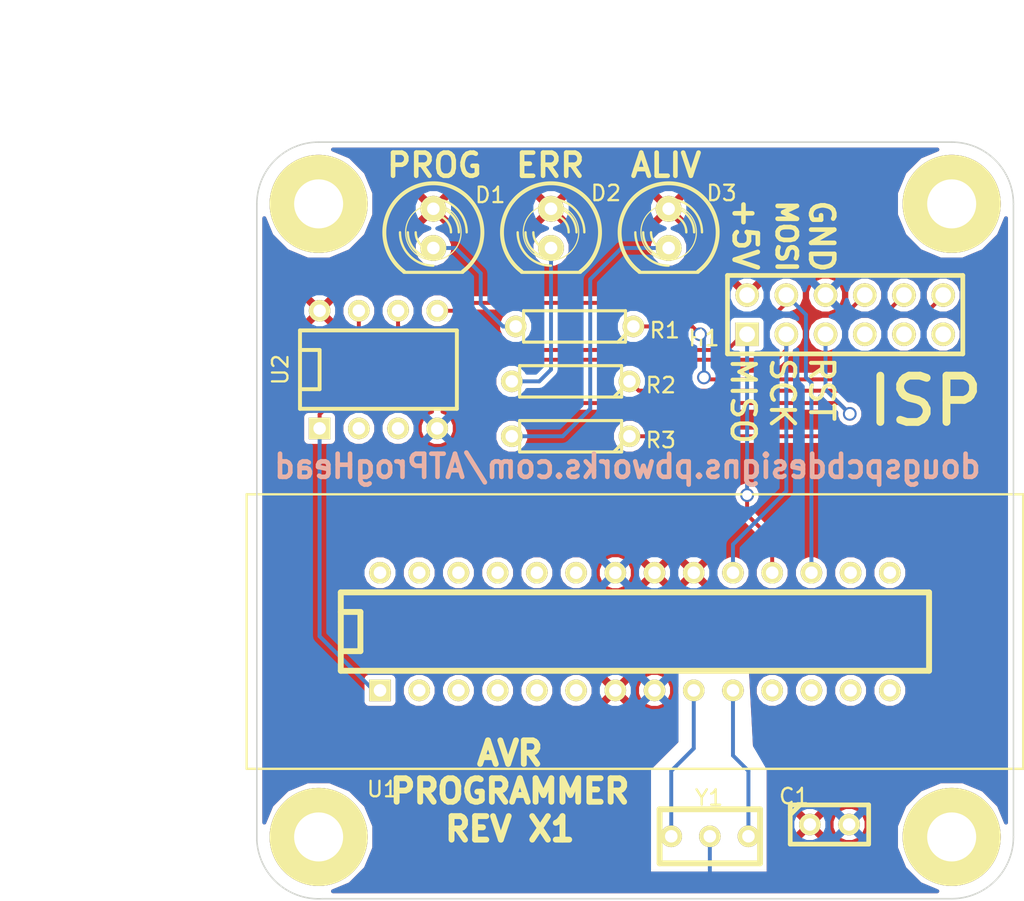
<source format=kicad_pcb>
(kicad_pcb (version 3) (host pcbnew "(2013-04-19 BZR 4011)-stable")

  (general
    (links 29)
    (no_connects 0)
    (area 28.000001 26.150001 95.9864 89.4184)
    (thickness 1.6)
    (drawings 24)
    (tracks 81)
    (zones 0)
    (modules 15)
    (nets 15)
  )

  (page A)
  (title_block 
    (title "Atmel AVR Programming Head")
    (rev X1)
    (company AAC)
  )

  (layers
    (15 F.Cu signal)
    (0 B.Cu signal)
    (20 B.SilkS user)
    (21 F.SilkS user)
    (22 B.Mask user)
    (23 F.Mask user)
    (24 Dwgs.User user)
    (25 Cmts.User user)
    (28 Edge.Cuts user)
  )

  (setup
    (last_trace_width 0.254)
    (user_trace_width 0.635)
    (trace_clearance 0.254)
    (zone_clearance 0.3048)
    (zone_45_only no)
    (trace_min 0.254)
    (segment_width 0.2)
    (edge_width 0.1)
    (via_size 0.889)
    (via_drill 0.635)
    (via_min_size 0.889)
    (via_min_drill 0.508)
    (uvia_size 0.508)
    (uvia_drill 0.127)
    (uvias_allowed no)
    (uvia_min_size 0.508)
    (uvia_min_drill 0.127)
    (pcb_text_width 0.3)
    (pcb_text_size 1.5 1.5)
    (mod_edge_width 0.15)
    (mod_text_size 1 1)
    (mod_text_width 0.15)
    (pad_size 1.5 1.5)
    (pad_drill 0.6)
    (pad_to_mask_clearance 0)
    (aux_axis_origin 0 0)
    (visible_elements 7FFFFFBF)
    (pcbplotparams
      (layerselection 284196865)
      (usegerberextensions true)
      (excludeedgelayer true)
      (linewidth 0)
      (plotframeref false)
      (viasonmask false)
      (mode 1)
      (useauxorigin false)
      (hpglpennumber 1)
      (hpglpenspeed 20)
      (hpglpendiameter 15)
      (hpglpenoverlay 2)
      (psnegative false)
      (psa4output false)
      (plotreference true)
      (plotvalue true)
      (plotothertext true)
      (plotinvisibletext false)
      (padsonsilk false)
      (subtractmaskfromsilk false)
      (outputformat 1)
      (mirror false)
      (drillshape 0)
      (scaleselection 1)
      (outputdirectory plots/))
  )

  (net 0 "")
  (net 1 +5V)
  (net 2 /ER)
  (net 3 /ERR)
  (net 4 /HB)
  (net 5 /HTBT)
  (net 6 /MISO)
  (net 7 /MOSI)
  (net 8 /PG)
  (net 9 /PROG)
  (net 10 /RST)
  (net 11 /SCK)
  (net 12 GND)
  (net 13 N-0000023)
  (net 14 N-0000034)

  (net_class Default "This is the default net class."
    (clearance 0.254)
    (trace_width 0.254)
    (via_dia 0.889)
    (via_drill 0.635)
    (uvia_dia 0.508)
    (uvia_drill 0.127)
    (add_net "")
    (add_net +5V)
    (add_net /ER)
    (add_net /ERR)
    (add_net /HB)
    (add_net /HTBT)
    (add_net /MISO)
    (add_net /MOSI)
    (add_net /PG)
    (add_net /PROG)
    (add_net /RST)
    (add_net /SCK)
    (add_net GND)
    (add_net N-0000023)
    (add_net N-0000034)
  )

  (module MTG-4-40   locked (layer F.Cu) (tedit 5238B500) (tstamp 5238B709)
    (at 90 80)
    (path /5238A584)
    (fp_text reference MTG4 (at 0.75 5.5) (layer F.SilkS) hide
      (effects (font (size 1 1) (thickness 0.15)))
    )
    (fp_text value CONN_1 (at 0.5 8.25) (layer F.SilkS) hide
      (effects (font (size 1.524 1.524) (thickness 0.3048)))
    )
    (pad 1 thru_hole circle (at 0 0) (size 6.35 6.35) (drill 3.175)
      (layers *.Cu *.Mask F.SilkS)
    )
  )

  (module MTG-4-40   locked (layer F.Cu) (tedit 5238B507) (tstamp 5238B70E)
    (at 49 39)
    (path /4FF58FB4)
    (fp_text reference MTG1 (at 0.25 -7.25) (layer F.SilkS) hide
      (effects (font (size 1 1) (thickness 0.15)))
    )
    (fp_text value CONN_1 (at 0 -5.08) (layer F.SilkS) hide
      (effects (font (size 1.524 1.524) (thickness 0.3048)))
    )
    (pad 1 thru_hole circle (at 0 0) (size 6.35 6.35) (drill 3.175)
      (layers *.Cu *.Mask F.SilkS)
    )
  )

  (module MTG-4-40   locked (layer F.Cu) (tedit 5238B504) (tstamp 5238B713)
    (at 90 39)
    (path /4FF58FB9)
    (fp_text reference MTG2 (at 0.75 -7.25) (layer F.SilkS) hide
      (effects (font (size 1 1) (thickness 0.15)))
    )
    (fp_text value CONN_1 (at 0 -5.08) (layer F.SilkS) hide
      (effects (font (size 1.524 1.524) (thickness 0.3048)))
    )
    (pad 1 thru_hole circle (at 0 0) (size 6.35 6.35) (drill 3.175)
      (layers *.Cu *.Mask F.SilkS)
    )
  )

  (module MTG-4-40   locked (layer F.Cu) (tedit 5238B4FC) (tstamp 5238B718)
    (at 49 80)
    (path /4FF58FBC)
    (fp_text reference MTG3 (at 0.5 7.75) (layer F.SilkS) hide
      (effects (font (size 1 1) (thickness 0.15)))
    )
    (fp_text value CONN_1 (at -0.25 5.5) (layer F.SilkS) hide
      (effects (font (size 1.524 1.524) (thickness 0.3048)))
    )
    (pad 1 thru_hole circle (at 0 0) (size 6.35 6.35) (drill 3.175)
      (layers *.Cu *.Mask F.SilkS)
    )
  )

  (module TEXTOOL-28N (layer F.Cu) (tedit 5241940C) (tstamp 52419D67)
    (at 69.4856 66.6992)
    (descr "28 pins DIL package, round pads, width 300mil")
    (tags DIL)
    (path /5241902D)
    (fp_text reference U1 (at -16.3576 10.2108) (layer F.SilkS)
      (effects (font (size 1 1) (thickness 0.15)))
    )
    (fp_text value ATMEGA328-PU (at 10.16 0) (layer F.SilkS) hide
      (effects (font (size 1.524 1.143) (thickness 0.28575)))
    )
    (fp_line (start -25.146 -8.89) (end -25.146 8.89) (layer F.SilkS) (width 0.15))
    (fp_line (start -25.146 8.89) (end 25.146 8.89) (layer F.SilkS) (width 0.15))
    (fp_line (start 25.146 -8.89) (end -25.146 -8.89) (layer F.SilkS) (width 0.15))
    (fp_line (start 25.146 -8.89) (end 25.146 8.89) (layer F.SilkS) (width 0.15))
    (fp_line (start -19.05 -2.54) (end 19.05 -2.54) (layer F.SilkS) (width 0.381))
    (fp_line (start 19.05 -2.54) (end 19.05 2.54) (layer F.SilkS) (width 0.381))
    (fp_line (start 19.05 2.54) (end -19.05 2.54) (layer F.SilkS) (width 0.381))
    (fp_line (start -19.05 2.54) (end -19.05 -2.54) (layer F.SilkS) (width 0.381))
    (fp_line (start -19.05 -1.27) (end -17.78 -1.27) (layer F.SilkS) (width 0.381))
    (fp_line (start -17.78 -1.27) (end -17.78 1.27) (layer F.SilkS) (width 0.381))
    (fp_line (start -17.78 1.27) (end -19.05 1.27) (layer F.SilkS) (width 0.381))
    (pad 2 thru_hole circle (at -13.97 3.81) (size 1.397 1.397) (drill 0.8128)
      (layers *.Cu *.Mask F.SilkS)
    )
    (pad 3 thru_hole circle (at -11.43 3.81) (size 1.397 1.397) (drill 0.8128)
      (layers *.Cu *.Mask F.SilkS)
    )
    (pad 4 thru_hole circle (at -8.89 3.81) (size 1.397 1.397) (drill 0.8128)
      (layers *.Cu *.Mask F.SilkS)
    )
    (pad 5 thru_hole circle (at -6.35 3.81) (size 1.397 1.397) (drill 0.8128)
      (layers *.Cu *.Mask F.SilkS)
    )
    (pad 6 thru_hole circle (at -3.81 3.81) (size 1.397 1.397) (drill 0.8128)
      (layers *.Cu *.Mask F.SilkS)
    )
    (pad 7 thru_hole circle (at -1.27 3.81) (size 1.397 1.397) (drill 0.8128)
      (layers *.Cu *.Mask F.SilkS)
      (net 1 +5V)
    )
    (pad 8 thru_hole circle (at 1.27 3.81) (size 1.397 1.397) (drill 0.8128)
      (layers *.Cu *.Mask F.SilkS)
      (net 12 GND)
    )
    (pad 9 thru_hole circle (at 3.81 3.81) (size 1.397 1.397) (drill 0.8128)
      (layers *.Cu *.Mask F.SilkS)
      (net 14 N-0000034)
    )
    (pad 10 thru_hole circle (at 6.35 3.81) (size 1.397 1.397) (drill 0.8128)
      (layers *.Cu *.Mask F.SilkS)
      (net 13 N-0000023)
    )
    (pad 11 thru_hole circle (at 8.89 3.81) (size 1.397 1.397) (drill 0.8128)
      (layers *.Cu *.Mask F.SilkS)
    )
    (pad 12 thru_hole circle (at 11.43 3.81) (size 1.397 1.397) (drill 0.8128)
      (layers *.Cu *.Mask F.SilkS)
    )
    (pad 13 thru_hole circle (at 13.97 3.81) (size 1.397 1.397) (drill 0.8128)
      (layers *.Cu *.Mask F.SilkS)
    )
    (pad 14 thru_hole circle (at 16.51 3.81) (size 1.397 1.397) (drill 0.8128)
      (layers *.Cu *.Mask F.SilkS)
    )
    (pad 1 thru_hole rect (at -16.51 3.81) (size 1.397 1.397) (drill 0.8128)
      (layers *.Cu *.Mask F.SilkS)
      (net 10 /RST)
    )
    (pad 15 thru_hole circle (at 16.51 -3.81) (size 1.397 1.397) (drill 0.8128)
      (layers *.Cu *.Mask F.SilkS)
    )
    (pad 16 thru_hole circle (at 13.97 -3.81) (size 1.397 1.397) (drill 0.8128)
      (layers *.Cu *.Mask F.SilkS)
    )
    (pad 17 thru_hole circle (at 11.43 -3.81) (size 1.397 1.397) (drill 0.8128)
      (layers *.Cu *.Mask F.SilkS)
      (net 7 /MOSI)
    )
    (pad 18 thru_hole circle (at 8.89 -3.81) (size 1.397 1.397) (drill 0.8128)
      (layers *.Cu *.Mask F.SilkS)
      (net 6 /MISO)
    )
    (pad 19 thru_hole circle (at 6.35 -3.81) (size 1.397 1.397) (drill 0.8128)
      (layers *.Cu *.Mask F.SilkS)
      (net 11 /SCK)
    )
    (pad 20 thru_hole circle (at 3.81 -3.81) (size 1.397 1.397) (drill 0.8128)
      (layers *.Cu *.Mask F.SilkS)
      (net 1 +5V)
    )
    (pad 21 thru_hole circle (at 1.27 -3.81) (size 1.397 1.397) (drill 0.8128)
      (layers *.Cu *.Mask F.SilkS)
      (net 1 +5V)
    )
    (pad 22 thru_hole circle (at -1.27 -3.81) (size 1.397 1.397) (drill 0.8128)
      (layers *.Cu *.Mask F.SilkS)
      (net 12 GND)
    )
    (pad 23 thru_hole circle (at -3.81 -3.81) (size 1.397 1.397) (drill 0.8128)
      (layers *.Cu *.Mask F.SilkS)
    )
    (pad 24 thru_hole circle (at -6.35 -3.81) (size 1.397 1.397) (drill 0.8128)
      (layers *.Cu *.Mask F.SilkS)
    )
    (pad 25 thru_hole circle (at -8.89 -3.81) (size 1.397 1.397) (drill 0.8128)
      (layers *.Cu *.Mask F.SilkS)
    )
    (pad 26 thru_hole circle (at -11.43 -3.81) (size 1.397 1.397) (drill 0.8128)
      (layers *.Cu *.Mask F.SilkS)
    )
    (pad 27 thru_hole circle (at -13.97 -3.81) (size 1.397 1.397) (drill 0.8128)
      (layers *.Cu *.Mask F.SilkS)
    )
    (pad 28 thru_hole circle (at -16.51 -3.81) (size 1.397 1.397) (drill 0.8128)
      (layers *.Cu *.Mask F.SilkS)
    )
    (model dil/dil_28-w300.wrl
      (at (xyz 0 0 0))
      (scale (xyz 1 1 1))
      (rotate (xyz 0 0 0))
    )
  )

  (module RESON_3PIN (layer F.Cu) (tedit 500C78E2) (tstamp 52419D7F)
    (at 74.337 79.958 270)
    (descr RESONATOR)
    (tags "RESONATOR, 3 PIN")
    (path /52419048)
    (fp_text reference Y1 (at -2.49936 0.0508 360) (layer F.SilkS)
      (effects (font (size 1 1) (thickness 0.15)))
    )
    (fp_text value 16MHz (at 2.94894 -0.0508 360) (layer F.SilkS) hide
      (effects (font (size 1.524 1.016) (thickness 0.254)))
    )
    (fp_line (start -1.75006 3.2512) (end -1.75006 -3.2512) (layer F.SilkS) (width 0.381))
    (fp_line (start -1.75006 -3.2512) (end 1.75006 -3.2512) (layer F.SilkS) (width 0.381))
    (fp_line (start 1.75006 -3.2512) (end 1.75006 3.2512) (layer F.SilkS) (width 0.381))
    (fp_line (start 1.75006 3.2512) (end -1.75006 3.2512) (layer F.SilkS) (width 0.381))
    (pad 3 thru_hole circle (at 0 -2.49936) (size 1.397 1.397) (drill 0.8128)
      (layers *.Cu *.Mask F.SilkS)
      (net 13 N-0000023)
    )
    (pad 1 thru_hole circle (at 0 2.49936) (size 1.397 1.397) (drill 0.8128)
      (layers *.Cu *.Mask F.SilkS)
      (net 14 N-0000034)
    )
    (pad 2 thru_hole circle (at 0 0) (size 1.397 1.397) (drill 0.8128)
      (layers *.Cu *.Mask F.SilkS)
      (net 12 GND)
    )
  )

  (module R3 (layer F.Cu) (tedit 52418F41) (tstamp 52419D8D)
    (at 65.574 46.938 180)
    (descr "Resitance 3 pas")
    (tags R)
    (path /524196E4)
    (autoplace_cost180 10)
    (fp_text reference R1 (at -5.842 -0.254 180) (layer F.SilkS)
      (effects (font (size 1 1) (thickness 0.15)))
    )
    (fp_text value 330 (at -0.254 0 180) (layer F.SilkS) hide
      (effects (font (size 1.397 1.27) (thickness 0.2032)))
    )
    (fp_line (start -3.81 0) (end -3.302 0) (layer F.SilkS) (width 0.2032))
    (fp_line (start 3.81 0) (end 3.302 0) (layer F.SilkS) (width 0.2032))
    (fp_line (start 3.302 0) (end 3.302 -1.016) (layer F.SilkS) (width 0.2032))
    (fp_line (start 3.302 -1.016) (end -3.302 -1.016) (layer F.SilkS) (width 0.2032))
    (fp_line (start -3.302 -1.016) (end -3.302 1.016) (layer F.SilkS) (width 0.2032))
    (fp_line (start -3.302 1.016) (end 3.302 1.016) (layer F.SilkS) (width 0.2032))
    (fp_line (start 3.302 1.016) (end 3.302 0) (layer F.SilkS) (width 0.2032))
    (fp_line (start -3.302 -0.508) (end -2.794 -1.016) (layer F.SilkS) (width 0.2032))
    (pad 1 thru_hole circle (at -3.81 0 180) (size 1.397 1.397) (drill 0.8128)
      (layers *.Cu *.Mask F.SilkS)
      (net 9 /PROG)
    )
    (pad 2 thru_hole circle (at 3.81 0 180) (size 1.397 1.397) (drill 0.8128)
      (layers *.Cu *.Mask F.SilkS)
      (net 8 /PG)
    )
    (model discret/resistor.wrl
      (at (xyz 0 0 0))
      (scale (xyz 0.3 0.3 0.3))
      (rotate (xyz 0 0 0))
    )
  )

  (module R3 (layer F.Cu) (tedit 52418F3E) (tstamp 52419D9B)
    (at 65.32 50.494 180)
    (descr "Resitance 3 pas")
    (tags R)
    (path /524196F3)
    (autoplace_cost180 10)
    (fp_text reference R2 (at -5.842 -0.254 180) (layer F.SilkS)
      (effects (font (size 1 1) (thickness 0.15)))
    )
    (fp_text value 330 (at -0.254 0 180) (layer F.SilkS) hide
      (effects (font (size 1.397 1.27) (thickness 0.2032)))
    )
    (fp_line (start -3.81 0) (end -3.302 0) (layer F.SilkS) (width 0.2032))
    (fp_line (start 3.81 0) (end 3.302 0) (layer F.SilkS) (width 0.2032))
    (fp_line (start 3.302 0) (end 3.302 -1.016) (layer F.SilkS) (width 0.2032))
    (fp_line (start 3.302 -1.016) (end -3.302 -1.016) (layer F.SilkS) (width 0.2032))
    (fp_line (start -3.302 -1.016) (end -3.302 1.016) (layer F.SilkS) (width 0.2032))
    (fp_line (start -3.302 1.016) (end 3.302 1.016) (layer F.SilkS) (width 0.2032))
    (fp_line (start 3.302 1.016) (end 3.302 0) (layer F.SilkS) (width 0.2032))
    (fp_line (start -3.302 -0.508) (end -2.794 -1.016) (layer F.SilkS) (width 0.2032))
    (pad 1 thru_hole circle (at -3.81 0 180) (size 1.397 1.397) (drill 0.8128)
      (layers *.Cu *.Mask F.SilkS)
      (net 3 /ERR)
    )
    (pad 2 thru_hole circle (at 3.81 0 180) (size 1.397 1.397) (drill 0.8128)
      (layers *.Cu *.Mask F.SilkS)
      (net 2 /ER)
    )
    (model discret/resistor.wrl
      (at (xyz 0 0 0))
      (scale (xyz 0.3 0.3 0.3))
      (rotate (xyz 0 0 0))
    )
  )

  (module R3 (layer F.Cu) (tedit 52418F46) (tstamp 52419DA9)
    (at 65.32 54.05 180)
    (descr "Resitance 3 pas")
    (tags R)
    (path /5241970C)
    (autoplace_cost180 10)
    (fp_text reference R3 (at -5.842 -0.254 180) (layer F.SilkS)
      (effects (font (size 1 1) (thickness 0.15)))
    )
    (fp_text value 330 (at -0.254 0 180) (layer F.SilkS) hide
      (effects (font (size 1.397 1.27) (thickness 0.2032)))
    )
    (fp_line (start -3.81 0) (end -3.302 0) (layer F.SilkS) (width 0.2032))
    (fp_line (start 3.81 0) (end 3.302 0) (layer F.SilkS) (width 0.2032))
    (fp_line (start 3.302 0) (end 3.302 -1.016) (layer F.SilkS) (width 0.2032))
    (fp_line (start 3.302 -1.016) (end -3.302 -1.016) (layer F.SilkS) (width 0.2032))
    (fp_line (start -3.302 -1.016) (end -3.302 1.016) (layer F.SilkS) (width 0.2032))
    (fp_line (start -3.302 1.016) (end 3.302 1.016) (layer F.SilkS) (width 0.2032))
    (fp_line (start 3.302 1.016) (end 3.302 0) (layer F.SilkS) (width 0.2032))
    (fp_line (start -3.302 -0.508) (end -2.794 -1.016) (layer F.SilkS) (width 0.2032))
    (pad 1 thru_hole circle (at -3.81 0 180) (size 1.397 1.397) (drill 0.8128)
      (layers *.Cu *.Mask F.SilkS)
      (net 5 /HTBT)
    )
    (pad 2 thru_hole circle (at 3.81 0 180) (size 1.397 1.397) (drill 0.8128)
      (layers *.Cu *.Mask F.SilkS)
      (net 4 /HB)
    )
    (model discret/resistor.wrl
      (at (xyz 0 0 0))
      (scale (xyz 0.3 0.3 0.3))
      (rotate (xyz 0 0 0))
    )
  )

  (module LED-5MM (layer F.Cu) (tedit 5241936E) (tstamp 52419DCC)
    (at 56.43 40.588 270)
    (descr "LED 5mm - Lead pitch 100mil (2,54mm)")
    (tags "LED led 5mm 5MM 100mil 2,54mm")
    (path /5241971B)
    (attr virtual)
    (fp_text reference D1 (at -2.159 -3.683 360) (layer F.SilkS)
      (effects (font (size 1 1) (thickness 0.15)))
    )
    (fp_text value LED (at 0 3.81 270) (layer F.SilkS) hide
      (effects (font (size 0.762 0.762) (thickness 0.0889)))
    )
    (fp_line (start 2.8448 1.905) (end 2.8448 -1.905) (layer F.SilkS) (width 0.2032))
    (fp_circle (center 0.254 0) (end -1.016 1.27) (layer F.SilkS) (width 0.0762))
    (fp_arc (start 0.254 0) (end 2.794 1.905) (angle 286.2) (layer F.SilkS) (width 0.254))
    (fp_arc (start 0.254 0) (end -0.889 0) (angle 90) (layer F.SilkS) (width 0.1524))
    (fp_arc (start 0.254 0) (end 1.397 0) (angle 90) (layer F.SilkS) (width 0.1524))
    (fp_arc (start 0.254 0) (end -1.397 0) (angle 90) (layer F.SilkS) (width 0.1524))
    (fp_arc (start 0.254 0) (end 1.905 0) (angle 90) (layer F.SilkS) (width 0.1524))
    (fp_arc (start 0.254 0) (end -1.905 0) (angle 90) (layer F.SilkS) (width 0.1524))
    (fp_arc (start 0.254 0) (end 2.413 0) (angle 90) (layer F.SilkS) (width 0.1524))
    (pad 1 thru_hole circle (at -1.27 0 270) (size 1.6764 1.6764) (drill 0.8128)
      (layers *.Cu *.Mask F.SilkS)
      (net 1 +5V)
    )
    (pad 2 thru_hole circle (at 1.27 0 270) (size 1.6764 1.6764) (drill 0.8128)
      (layers *.Cu *.Mask F.SilkS)
      (net 8 /PG)
    )
    (model discret/leds/led5_vertical_verde.wrl
      (at (xyz 0 0 0))
      (scale (xyz 1 1 1))
      (rotate (xyz 0 0 0))
    )
  )

  (module LED-5MM (layer F.Cu) (tedit 52419370) (tstamp 52419DDB)
    (at 64.05 40.588 270)
    (descr "LED 5mm - Lead pitch 100mil (2,54mm)")
    (tags "LED led 5mm 5MM 100mil 2,54mm")
    (path /5241972A)
    (attr virtual)
    (fp_text reference D2 (at -2.286 -3.556 360) (layer F.SilkS)
      (effects (font (size 1 1) (thickness 0.15)))
    )
    (fp_text value LED (at 0 3.81 270) (layer F.SilkS) hide
      (effects (font (size 0.762 0.762) (thickness 0.0889)))
    )
    (fp_line (start 2.8448 1.905) (end 2.8448 -1.905) (layer F.SilkS) (width 0.2032))
    (fp_circle (center 0.254 0) (end -1.016 1.27) (layer F.SilkS) (width 0.0762))
    (fp_arc (start 0.254 0) (end 2.794 1.905) (angle 286.2) (layer F.SilkS) (width 0.254))
    (fp_arc (start 0.254 0) (end -0.889 0) (angle 90) (layer F.SilkS) (width 0.1524))
    (fp_arc (start 0.254 0) (end 1.397 0) (angle 90) (layer F.SilkS) (width 0.1524))
    (fp_arc (start 0.254 0) (end -1.397 0) (angle 90) (layer F.SilkS) (width 0.1524))
    (fp_arc (start 0.254 0) (end 1.905 0) (angle 90) (layer F.SilkS) (width 0.1524))
    (fp_arc (start 0.254 0) (end -1.905 0) (angle 90) (layer F.SilkS) (width 0.1524))
    (fp_arc (start 0.254 0) (end 2.413 0) (angle 90) (layer F.SilkS) (width 0.1524))
    (pad 1 thru_hole circle (at -1.27 0 270) (size 1.6764 1.6764) (drill 0.8128)
      (layers *.Cu *.Mask F.SilkS)
      (net 1 +5V)
    )
    (pad 2 thru_hole circle (at 1.27 0 270) (size 1.6764 1.6764) (drill 0.8128)
      (layers *.Cu *.Mask F.SilkS)
      (net 2 /ER)
    )
    (model discret/leds/led5_vertical_verde.wrl
      (at (xyz 0 0 0))
      (scale (xyz 1 1 1))
      (rotate (xyz 0 0 0))
    )
  )

  (module LED-5MM (layer F.Cu) (tedit 52419377) (tstamp 52419DEA)
    (at 71.67 40.588 270)
    (descr "LED 5mm - Lead pitch 100mil (2,54mm)")
    (tags "LED led 5mm 5MM 100mil 2,54mm")
    (path /52419739)
    (attr virtual)
    (fp_text reference D3 (at -2.286 -3.429 360) (layer F.SilkS)
      (effects (font (size 1 1) (thickness 0.15)))
    )
    (fp_text value LED (at 0 3.81 270) (layer F.SilkS) hide
      (effects (font (size 0.762 0.762) (thickness 0.0889)))
    )
    (fp_line (start 2.8448 1.905) (end 2.8448 -1.905) (layer F.SilkS) (width 0.2032))
    (fp_circle (center 0.254 0) (end -1.016 1.27) (layer F.SilkS) (width 0.0762))
    (fp_arc (start 0.254 0) (end 2.794 1.905) (angle 286.2) (layer F.SilkS) (width 0.254))
    (fp_arc (start 0.254 0) (end -0.889 0) (angle 90) (layer F.SilkS) (width 0.1524))
    (fp_arc (start 0.254 0) (end 1.397 0) (angle 90) (layer F.SilkS) (width 0.1524))
    (fp_arc (start 0.254 0) (end -1.397 0) (angle 90) (layer F.SilkS) (width 0.1524))
    (fp_arc (start 0.254 0) (end 1.905 0) (angle 90) (layer F.SilkS) (width 0.1524))
    (fp_arc (start 0.254 0) (end -1.905 0) (angle 90) (layer F.SilkS) (width 0.1524))
    (fp_arc (start 0.254 0) (end 2.413 0) (angle 90) (layer F.SilkS) (width 0.1524))
    (pad 1 thru_hole circle (at -1.27 0 270) (size 1.6764 1.6764) (drill 0.8128)
      (layers *.Cu *.Mask F.SilkS)
      (net 1 +5V)
    )
    (pad 2 thru_hole circle (at 1.27 0 270) (size 1.6764 1.6764) (drill 0.8128)
      (layers *.Cu *.Mask F.SilkS)
      (net 4 /HB)
    )
    (model discret/leds/led5_vertical_verde.wrl
      (at (xyz 0 0 0))
      (scale (xyz 1 1 1))
      (rotate (xyz 0 0 0))
    )
  )

  (module DIP-8__300 (layer F.Cu) (tedit 5241D23A) (tstamp 52419DFD)
    (at 52.874 49.732)
    (descr "8 pins DIL package, round pads")
    (tags DIL)
    (path /52419088)
    (fp_text reference U2 (at -6.35 0 90) (layer F.SilkS)
      (effects (font (size 1 1) (thickness 0.15)))
    )
    (fp_text value ATTINY85 (at 0.4318 0.0762) (layer F.SilkS) hide
      (effects (font (size 1.27 1.016) (thickness 0.2032)))
    )
    (fp_line (start -5.08 -1.27) (end -3.81 -1.27) (layer F.SilkS) (width 0.254))
    (fp_line (start -3.81 -1.27) (end -3.81 1.27) (layer F.SilkS) (width 0.254))
    (fp_line (start -3.81 1.27) (end -5.08 1.27) (layer F.SilkS) (width 0.254))
    (fp_line (start -5.08 -2.54) (end 5.08 -2.54) (layer F.SilkS) (width 0.254))
    (fp_line (start 5.08 -2.54) (end 5.08 2.54) (layer F.SilkS) (width 0.254))
    (fp_line (start 5.08 2.54) (end -5.08 2.54) (layer F.SilkS) (width 0.254))
    (fp_line (start -5.08 2.54) (end -5.08 -2.54) (layer F.SilkS) (width 0.254))
    (pad 1 thru_hole rect (at -3.81 3.81) (size 1.397 1.397) (drill 0.8128)
      (layers *.Cu *.Mask F.SilkS)
      (net 10 /RST)
    )
    (pad 2 thru_hole circle (at -1.27 3.81) (size 1.397 1.397) (drill 0.8128)
      (layers *.Cu *.Mask F.SilkS)
    )
    (pad 3 thru_hole circle (at 1.27 3.81) (size 1.397 1.397) (drill 0.8128)
      (layers *.Cu *.Mask F.SilkS)
    )
    (pad 4 thru_hole circle (at 3.81 3.81) (size 1.397 1.397) (drill 0.8128)
      (layers *.Cu *.Mask F.SilkS)
      (net 12 GND)
    )
    (pad 5 thru_hole circle (at 3.81 -3.81) (size 1.397 1.397) (drill 0.8128)
      (layers *.Cu *.Mask F.SilkS)
      (net 7 /MOSI)
    )
    (pad 6 thru_hole circle (at 1.27 -3.81) (size 1.397 1.397) (drill 0.8128)
      (layers *.Cu *.Mask F.SilkS)
      (net 6 /MISO)
    )
    (pad 7 thru_hole circle (at -1.27 -3.81) (size 1.397 1.397) (drill 0.8128)
      (layers *.Cu *.Mask F.SilkS)
      (net 11 /SCK)
    )
    (pad 8 thru_hole circle (at -3.81 -3.81) (size 1.397 1.397) (drill 0.8128)
      (layers *.Cu *.Mask F.SilkS)
      (net 1 +5V)
    )
    (model dil/dil_8.wrl
      (at (xyz 0 0 0))
      (scale (xyz 1 1 1))
      (rotate (xyz 0 0 0))
    )
  )

  (module pin_array_6x2 (layer F.Cu) (tedit 52418F54) (tstamp 52419F7D)
    (at 83.1 46.176)
    (descr "Double rangee de contacts 2 x 6 pins")
    (tags CONN)
    (path /5241948C)
    (fp_text reference H1 (at -9.144 1.524) (layer F.SilkS)
      (effects (font (size 1 1) (thickness 0.15)))
    )
    (fp_text value CONN_6X2 (at 0 3.81) (layer F.SilkS) hide
      (effects (font (size 1.016 1.016) (thickness 0.2032)))
    )
    (fp_line (start -7.62 -2.54) (end 7.62 -2.54) (layer F.SilkS) (width 0.3048))
    (fp_line (start 7.62 -2.54) (end 7.62 2.54) (layer F.SilkS) (width 0.3048))
    (fp_line (start 7.62 2.54) (end -7.62 2.54) (layer F.SilkS) (width 0.3048))
    (fp_line (start -7.62 2.54) (end -7.62 -2.54) (layer F.SilkS) (width 0.3048))
    (pad 1 thru_hole rect (at -6.35 1.27) (size 1.524 1.524) (drill 1.016)
      (layers *.Cu *.Mask F.SilkS)
      (net 6 /MISO)
    )
    (pad 2 thru_hole circle (at -6.35 -1.27) (size 1.524 1.524) (drill 1.016)
      (layers *.Cu *.Mask F.SilkS)
      (net 1 +5V)
    )
    (pad 3 thru_hole circle (at -3.81 1.27) (size 1.524 1.524) (drill 1.016)
      (layers *.Cu *.Mask F.SilkS)
      (net 11 /SCK)
    )
    (pad 4 thru_hole circle (at -3.81 -1.27) (size 1.524 1.524) (drill 1.016)
      (layers *.Cu *.Mask F.SilkS)
      (net 7 /MOSI)
    )
    (pad 5 thru_hole circle (at -1.27 1.27) (size 1.524 1.524) (drill 1.016)
      (layers *.Cu *.Mask F.SilkS)
      (net 10 /RST)
    )
    (pad 6 thru_hole circle (at -1.27 -1.27) (size 1.524 1.524) (drill 1.016)
      (layers *.Cu *.Mask F.SilkS)
      (net 12 GND)
    )
    (pad 7 thru_hole circle (at 1.27 1.27) (size 1.524 1.524) (drill 1.016)
      (layers *.Cu *.Mask F.SilkS)
    )
    (pad 8 thru_hole circle (at 1.27 -1.27) (size 1.524 1.524) (drill 1.016)
      (layers *.Cu *.Mask F.SilkS)
      (net 9 /PROG)
    )
    (pad 9 thru_hole circle (at 3.81 1.27) (size 1.524 1.524) (drill 1.016)
      (layers *.Cu *.Mask F.SilkS)
    )
    (pad 10 thru_hole circle (at 3.81 -1.27) (size 1.524 1.524) (drill 1.016)
      (layers *.Cu *.Mask F.SilkS)
      (net 3 /ERR)
    )
    (pad 11 thru_hole circle (at 6.35 1.27) (size 1.524 1.524) (drill 1.016)
      (layers *.Cu *.Mask F.SilkS)
    )
    (pad 12 thru_hole circle (at 6.35 -1.27) (size 1.524 1.524) (drill 1.016)
      (layers *.Cu *.Mask F.SilkS)
      (net 5 /HTBT)
    )
    (model pin_array/pins_array_6x2.wrl
      (at (xyz 0 0 0))
      (scale (xyz 1 1 1))
      (rotate (xyz 0 0 0))
    )
  )

  (module C1 (layer F.Cu) (tedit 4FE5D5E9) (tstamp 52419D74)
    (at 82.084 79.196)
    (descr "Condensateur e = 1 pas")
    (tags C)
    (path /5241903C)
    (fp_text reference C1 (at -2.286 -1.8288) (layer F.SilkS)
      (effects (font (size 1 1) (thickness 0.15)))
    )
    (fp_text value 0.1uF (at -18.669 -0.254 90) (layer F.SilkS) hide
      (effects (font (size 1.016 1.016) (thickness 0.2032)))
    )
    (fp_line (start -2.4892 -1.27) (end 2.54 -1.27) (layer F.SilkS) (width 0.3048))
    (fp_line (start 2.54 -1.27) (end 2.54 1.27) (layer F.SilkS) (width 0.3048))
    (fp_line (start 2.54 1.27) (end -2.54 1.27) (layer F.SilkS) (width 0.3048))
    (fp_line (start -2.54 1.27) (end -2.54 -1.27) (layer F.SilkS) (width 0.3048))
    (fp_line (start -2.54 -0.635) (end -1.905 -1.27) (layer F.SilkS) (width 0.3048))
    (pad 1 thru_hole circle (at -1.27 0) (size 1.397 1.397) (drill 0.8128)
      (layers *.Cu *.Mask F.SilkS)
      (net 1 +5V)
    )
    (pad 2 thru_hole circle (at 1.27 0) (size 1.397 1.397) (drill 0.8128)
      (layers *.Cu *.Mask F.SilkS)
      (net 12 GND)
    )
    (model discret/capa_1_pas.wrl
      (at (xyz 0 0 0))
      (scale (xyz 1 1 1))
      (rotate (xyz 0 0 0))
    )
  )

  (dimension 49 (width 0.3) (layer Dwgs.User)
    (gr_text "49.000 mm" (at 34.65 59.5 90) (layer Dwgs.User)
      (effects (font (size 1.5 1.5) (thickness 0.3)))
    )
    (feature1 (pts (xy 49 35) (xy 33.3 35)))
    (feature2 (pts (xy 49 84) (xy 33.3 84)))
    (crossbar (pts (xy 36 84) (xy 36 35)))
    (arrow1a (pts (xy 36 35) (xy 36.58642 36.126503)))
    (arrow1b (pts (xy 36 35) (xy 35.41358 36.126503)))
    (arrow2a (pts (xy 36 84) (xy 36.58642 82.873497)))
    (arrow2b (pts (xy 36 84) (xy 35.41358 82.873497)))
  )
  (gr_text dougspcbdesigns.pbworks.com/ATProgHead (at 69 56) (layer B.SilkS)
    (effects (font (size 1.5 1.4) (thickness 0.3)) (justify mirror))
  )
  (dimension 41 (width 0.3) (layer Dwgs.User)
    (gr_text "41.000 mm" (at 40.65 59.5 90) (layer Dwgs.User)
      (effects (font (size 1.5 1.5) (thickness 0.3)))
    )
    (feature1 (pts (xy 49 39) (xy 39.3 39)))
    (feature2 (pts (xy 49 80) (xy 39.3 80)))
    (crossbar (pts (xy 42 80) (xy 42 39)))
    (arrow1a (pts (xy 42 39) (xy 42.58642 40.126503)))
    (arrow1b (pts (xy 42 39) (xy 41.41358 40.126503)))
    (arrow2a (pts (xy 42 80) (xy 42.58642 78.873497)))
    (arrow2b (pts (xy 42 80) (xy 41.41358 78.873497)))
  )
  (dimension 49 (width 0.3) (layer Dwgs.User)
    (gr_text "49.000 mm" (at 69.5 27.650001) (layer Dwgs.User)
      (effects (font (size 1.5 1.5) (thickness 0.3)))
    )
    (feature1 (pts (xy 94 39) (xy 94 26.300001)))
    (feature2 (pts (xy 45 39) (xy 45 26.300001)))
    (crossbar (pts (xy 45 29.000001) (xy 94 29.000001)))
    (arrow1a (pts (xy 94 29.000001) (xy 92.873497 29.586421)))
    (arrow1b (pts (xy 94 29.000001) (xy 92.873497 28.413581)))
    (arrow2a (pts (xy 45 29.000001) (xy 46.126503 29.586421)))
    (arrow2b (pts (xy 45 29.000001) (xy 46.126503 28.413581)))
  )
  (dimension 41 (width 0.3) (layer Dwgs.User)
    (gr_text "41.000 mm" (at 69.5 31.650001) (layer Dwgs.User)
      (effects (font (size 1.5 1.5) (thickness 0.3)))
    )
    (feature1 (pts (xy 90 39) (xy 90 30.300001)))
    (feature2 (pts (xy 49 39) (xy 49 30.300001)))
    (crossbar (pts (xy 49 33.000001) (xy 90 33.000001)))
    (arrow1a (pts (xy 90 33.000001) (xy 88.873497 33.586421)))
    (arrow1b (pts (xy 90 33.000001) (xy 88.873497 32.413581)))
    (arrow2a (pts (xy 49 33.000001) (xy 50.126503 33.586421)))
    (arrow2b (pts (xy 49 33.000001) (xy 50.126503 32.413581)))
  )
  (gr_text ALIV (at 71.5 36.5) (layer F.SilkS)
    (effects (font (size 1.5 1.5) (thickness 0.3)))
  )
  (gr_text ERR (at 64 36.5) (layer F.SilkS)
    (effects (font (size 1.5 1.5) (thickness 0.3)))
  )
  (gr_text PROG (at 56.5 36.5) (layer F.SilkS)
    (effects (font (size 1.5 1.5) (thickness 0.3)))
  )
  (gr_text GND (at 81.576 41.096 270) (layer F.SilkS)
    (effects (font (size 1.5 1.5) (thickness 0.3)))
  )
  (gr_text MOSI (at 79.29 41.096 270) (layer F.SilkS)
    (effects (font (size 1.25 1.25) (thickness 0.3)))
  )
  (gr_text +5V (at 76.623 40.969 270) (layer F.SilkS)
    (effects (font (size 1.5 1.5) (thickness 0.3)))
  )
  (gr_text RST (at 81.576 51.002 270) (layer F.SilkS)
    (effects (font (size 1.524 1.524) (thickness 0.254)))
  )
  (gr_text SCK (at 79.036 51.256 270) (layer F.SilkS)
    (effects (font (size 1.524 1.524) (thickness 0.254)))
  )
  (gr_text MISO (at 76.496 51.764 270) (layer F.SilkS)
    (effects (font (size 1.524 1.524) (thickness 0.254)))
  )
  (gr_text "AVR\nPROGRAMMER\nREV X1" (at 61.383 77.037) (layer F.SilkS)
    (effects (font (size 1.524 1.524) (thickness 0.381)))
  )
  (gr_text ISP (at 88.307 51.764) (layer F.SilkS)
    (effects (font (size 3 3) (thickness 0.508)))
  )
  (gr_line (start 45 80.25) (end 45 39) (angle 90) (layer Edge.Cuts) (width 0.1))
  (gr_line (start 90 84) (end 49.25 84) (angle 90) (layer Edge.Cuts) (width 0.1))
  (gr_line (start 94 39) (end 94 80) (angle 90) (layer Edge.Cuts) (width 0.1))
  (gr_line (start 49 35) (end 90 35) (angle 90) (layer Edge.Cuts) (width 0.1))
  (gr_arc (start 49 80) (end 49.25 84) (angle 90) (layer Edge.Cuts) (width 0.1))
  (gr_arc (start 90 80) (end 94 80) (angle 90) (layer Edge.Cuts) (width 0.1))
  (gr_arc (start 90 39) (end 90 35) (angle 90) (layer Edge.Cuts) (width 0.1))
  (gr_arc (start 49 39) (end 45 39) (angle 90) (layer Edge.Cuts) (width 0.1))

  (segment (start 61.51 50.494) (end 63.288 50.494) (width 0.254) (layer B.Cu) (net 2) (status 10))
  (segment (start 64.05 49.732) (end 64.05 41.858) (width 0.254) (layer B.Cu) (net 2) (tstamp 5241913C) (status 20))
  (segment (start 63.288 50.494) (end 64.05 49.732) (width 0.254) (layer B.Cu) (net 2) (tstamp 5241913B))
  (segment (start 85.64 47.2) (end 85.64 50.06) (width 0.254) (layer F.Cu) (net 3))
  (segment (start 69.736 51.1) (end 69.13 50.494) (width 0.254) (layer F.Cu) (net 3) (tstamp 5241EA66))
  (segment (start 84.6 51.1) (end 69.736 51.1) (width 0.254) (layer F.Cu) (net 3) (tstamp 5241EA60))
  (segment (start 85.64 50.06) (end 84.6 51.1) (width 0.254) (layer F.Cu) (net 3) (tstamp 5241EA5F))
  (segment (start 85.64 46.176) (end 85.64 47.2) (width 0.254) (layer F.Cu) (net 3))
  (segment (start 85.64 46.176) (end 86.91 44.906) (width 0.254) (layer F.Cu) (net 3) (tstamp 52419196) (status 20))
  (segment (start 61.51 54.05) (end 64.812 54.05) (width 0.254) (layer B.Cu) (net 4) (status 10))
  (segment (start 68.622 41.858) (end 71.67 41.858) (width 0.254) (layer B.Cu) (net 4) (tstamp 52419146) (status 20))
  (segment (start 66.59 43.89) (end 68.622 41.858) (width 0.254) (layer B.Cu) (net 4) (tstamp 52419144))
  (segment (start 66.59 52.272) (end 66.59 43.89) (width 0.254) (layer B.Cu) (net 4) (tstamp 52419142))
  (segment (start 64.812 54.05) (end 66.59 52.272) (width 0.254) (layer B.Cu) (net 4) (tstamp 5241913F))
  (segment (start 89.45 44.906) (end 89.45 44.95) (width 0.254) (layer F.Cu) (net 5))
  (segment (start 86.85 54.05) (end 69.13 54.05) (width 0.254) (layer F.Cu) (net 5) (tstamp 5241EA45))
  (segment (start 88.2 52.7) (end 86.85 54.05) (width 0.254) (layer F.Cu) (net 5) (tstamp 5241EA44))
  (segment (start 88.2 46.2) (end 88.2 52.7) (width 0.254) (layer F.Cu) (net 5) (tstamp 5241EA42))
  (segment (start 89.45 44.95) (end 88.2 46.2) (width 0.254) (layer F.Cu) (net 5) (tstamp 5241EA41))
  (segment (start 75.48 48.462) (end 55.662 48.462) (width 0.254) (layer F.Cu) (net 6))
  (segment (start 54.144 46.944) (end 54.144 45.922) (width 0.254) (layer F.Cu) (net 6) (tstamp 5241E9AD) (status 20))
  (segment (start 55.662 48.462) (end 54.144 46.944) (width 0.254) (layer F.Cu) (net 6) (tstamp 5241E9AB))
  (segment (start 76.75 47.446) (end 76.496 47.446) (width 0.254) (layer F.Cu) (net 6) (status 30))
  (segment (start 76.496 47.446) (end 75.48 48.462) (width 0.254) (layer F.Cu) (net 6) (tstamp 524192A0) (status 10))
  (segment (start 78.3756 62.8892) (end 78.3756 60.7556) (width 0.254) (layer F.Cu) (net 6) (status 10))
  (segment (start 76.75 57.86) (end 76.75 47.446) (width 0.254) (layer B.Cu) (net 6) (tstamp 52419182) (status 20))
  (via (at 76.75 57.86) (size 0.889) (layers F.Cu B.Cu) (net 6))
  (segment (start 76.75 59.13) (end 76.75 57.86) (width 0.254) (layer F.Cu) (net 6) (tstamp 5241917C))
  (segment (start 78.3756 60.7556) (end 76.75 59.13) (width 0.254) (layer F.Cu) (net 6) (tstamp 52419179))
  (segment (start 56.684 45.922) (end 58.478 45.922) (width 0.254) (layer F.Cu) (net 7) (status 10))
  (segment (start 58.478 45.922) (end 58.986 45.414) (width 0.254) (layer F.Cu) (net 7) (tstamp 5241E9A3))
  (segment (start 79.29 44.906) (end 79.29 45.414) (width 0.254) (layer F.Cu) (net 7) (status 30))
  (segment (start 79.29 45.414) (end 78.528 46.176) (width 0.254) (layer F.Cu) (net 7) (tstamp 524191C0) (status 10))
  (segment (start 78.528 46.176) (end 72.432 46.176) (width 0.254) (layer F.Cu) (net 7) (tstamp 524191C1))
  (segment (start 72.432 46.176) (end 71.67 45.414) (width 0.254) (layer F.Cu) (net 7) (tstamp 524191C3))
  (segment (start 71.67 45.414) (end 58.986 45.414) (width 0.254) (layer F.Cu) (net 7) (tstamp 524191C6))
  (segment (start 80.9156 62.8892) (end 80.9156 50.5956) (width 0.254) (layer B.Cu) (net 7) (status 10))
  (segment (start 80.56 46.176) (end 79.29 44.906) (width 0.254) (layer B.Cu) (net 7) (tstamp 52419128) (status 20))
  (segment (start 80.56 50.24) (end 80.56 46.176) (width 0.254) (layer B.Cu) (net 7) (tstamp 52419126))
  (segment (start 80.9156 50.5956) (end 80.56 50.24) (width 0.254) (layer B.Cu) (net 7) (tstamp 52419123))
  (segment (start 61.764 46.938) (end 60.938 46.938) (width 0.254) (layer B.Cu) (net 8))
  (segment (start 57.858 41.858) (end 56.43 41.858) (width 0.254) (layer B.Cu) (net 8) (tstamp 5241EC66))
  (segment (start 59.5 43.5) (end 57.858 41.858) (width 0.254) (layer B.Cu) (net 8) (tstamp 5241EC64))
  (segment (start 59.5 45.5) (end 59.5 43.5) (width 0.254) (layer B.Cu) (net 8) (tstamp 5241EC62))
  (segment (start 60.938 46.938) (end 59.5 45.5) (width 0.254) (layer B.Cu) (net 8) (tstamp 5241EC5F))
  (segment (start 84.37 44.906) (end 83.1 46.176) (width 0.254) (layer F.Cu) (net 9) (status 10))
  (segment (start 83.1 46.176) (end 83.1 49.859) (width 0.254) (layer F.Cu) (net 9) (tstamp 5241E927))
  (via (at 73.956 50.24) (size 0.889) (layers F.Cu B.Cu) (net 9))
  (segment (start 74.083 50.367) (end 73.956 50.24) (width 0.254) (layer F.Cu) (net 9) (tstamp 5241E92A))
  (segment (start 82.592 50.367) (end 74.083 50.367) (width 0.254) (layer F.Cu) (net 9) (tstamp 5241E929))
  (segment (start 83.1 49.859) (end 82.592 50.367) (width 0.254) (layer F.Cu) (net 9) (tstamp 5241E928))
  (segment (start 69.384 46.938) (end 73.194 46.938) (width 0.254) (layer F.Cu) (net 9) (status 10))
  (segment (start 73.956 47.7) (end 73.956 50.24) (width 0.254) (layer B.Cu) (net 9) (tstamp 52419216))
  (segment (start 73.702 47.446) (end 73.956 47.7) (width 0.254) (layer B.Cu) (net 9) (tstamp 52419215))
  (via (at 73.702 47.446) (size 0.889) (layers F.Cu B.Cu) (net 9))
  (segment (start 73.194 46.938) (end 73.702 47.446) (width 0.254) (layer F.Cu) (net 9) (tstamp 52419211))
  (segment (start 81.83 47.446) (end 81.83 51.03) (width 0.254) (layer B.Cu) (net 10))
  (segment (start 49.064 52.636) (end 49.064 53.542) (width 0.254) (layer F.Cu) (net 10) (tstamp 5241EA97))
  (segment (start 49.8 51.9) (end 49.064 52.636) (width 0.254) (layer F.Cu) (net 10) (tstamp 5241EA91))
  (segment (start 82.7 51.9) (end 49.8 51.9) (width 0.254) (layer F.Cu) (net 10) (tstamp 5241EA8E))
  (segment (start 83.4 52.6) (end 82.7 51.9) (width 0.254) (layer F.Cu) (net 10) (tstamp 5241EA8D))
  (via (at 83.4 52.6) (size 0.889) (layers F.Cu B.Cu) (net 10))
  (segment (start 81.83 51.03) (end 83.4 52.6) (width 0.254) (layer B.Cu) (net 10) (tstamp 5241EA88))
  (segment (start 52.9756 70.5092) (end 52.5692 70.5092) (width 0.254) (layer B.Cu) (net 10) (status 30))
  (segment (start 52.5692 70.5092) (end 49.064 67.004) (width 0.254) (layer B.Cu) (net 10) (tstamp 524190EE) (status 10))
  (segment (start 49.064 67.004) (end 49.064 53.542) (width 0.254) (layer B.Cu) (net 10) (tstamp 524190EF) (status 20))
  (segment (start 78.655 49.097) (end 53.597 49.097) (width 0.254) (layer F.Cu) (net 11))
  (segment (start 51.604 47.104) (end 51.604 45.922) (width 0.254) (layer F.Cu) (net 11) (tstamp 5241E9B4) (status 20))
  (segment (start 53.597 49.097) (end 51.604 47.104) (width 0.254) (layer F.Cu) (net 11) (tstamp 5241E9B2))
  (segment (start 79.29 47.446) (end 79.29 48.462) (width 0.254) (layer F.Cu) (net 11) (status 10))
  (segment (start 79.29 48.462) (end 78.655 49.097) (width 0.254) (layer F.Cu) (net 11) (tstamp 52419290))
  (segment (start 75.8356 62.8892) (end 75.8356 61.0604) (width 0.254) (layer B.Cu) (net 11) (status 10))
  (segment (start 79.29 57.606) (end 79.29 47.446) (width 0.254) (layer B.Cu) (net 11) (tstamp 5241915D) (status 20))
  (segment (start 75.8356 61.0604) (end 79.29 57.606) (width 0.254) (layer B.Cu) (net 11) (tstamp 5241915C))
  (segment (start 74.337 79.958) (end 74.337 83.006) (width 0.254) (layer B.Cu) (net 12) (status 10))
  (segment (start 76.83636 79.958) (end 76.83636 75.72636) (width 0.254) (layer B.Cu) (net 13) (status 10))
  (segment (start 76.83636 75.72636) (end 75.8356 74.7256) (width 0.254) (layer B.Cu) (net 13) (tstamp 5241930F))
  (segment (start 75.8356 74.7256) (end 75.8356 70.5092) (width 0.254) (layer B.Cu) (net 13) (tstamp 52419312) (status 20))
  (segment (start 71.83764 79.958) (end 71.83764 75.72636) (width 0.254) (layer B.Cu) (net 14) (status 10))
  (segment (start 73.2956 74.2684) (end 73.2956 70.5092) (width 0.254) (layer B.Cu) (net 14) (tstamp 52419307) (status 20))
  (segment (start 71.83764 75.72636) (end 73.2956 74.2684) (width 0.254) (layer B.Cu) (net 14) (tstamp 52419304))

  (zone (net 1) (net_name +5V) (layer F.Cu) (tstamp 5238B7E2) (hatch edge 0.508)
    (connect_pads (clearance 0.3048))
    (min_thickness 0.254)
    (fill (arc_segments 16) (thermal_gap 0.508) (thermal_bridge_width 0.508))
    (polygon
      (pts
        (xy 49 35) (xy 90 35) (xy 94 39.25) (xy 94 80) (xy 90 84)
        (xy 49 84) (xy 45 79.75) (xy 45 38.75)
      )
    )
    (filled_polygon
      (pts
        (xy 93.5182 79.069772) (xy 93.059479 77.959581) (xy 92.045755 76.944087) (xy 90.720584 76.393828) (xy 90.644006 76.393761)
        (xy 90.644006 47.20958) (xy 90.462644 46.770651) (xy 90.127116 46.434537) (xy 89.688503 46.252409) (xy 89.21358 46.251994)
        (xy 88.774651 46.433356) (xy 88.7588 46.449179) (xy 88.7588 46.431462) (xy 89.126122 46.06414) (xy 89.211497 46.099591)
        (xy 89.68642 46.100006) (xy 90.125349 45.918644) (xy 90.461463 45.583116) (xy 90.643591 45.144503) (xy 90.644006 44.66958)
        (xy 90.462644 44.230651) (xy 90.127116 43.894537) (xy 89.688503 43.712409) (xy 89.21358 43.711994) (xy 88.774651 43.893356)
        (xy 88.438537 44.228884) (xy 88.256409 44.667497) (xy 88.255994 45.14242) (xy 88.317781 45.291956) (xy 87.804869 45.804869)
        (xy 87.683736 45.986156) (xy 87.6412 46.2) (xy 87.6412 46.488715) (xy 87.587116 46.434537) (xy 87.148503 46.252409)
        (xy 86.67358 46.251994) (xy 86.234651 46.433356) (xy 86.1988 46.469144) (xy 86.1988 46.407462) (xy 86.555031 46.05123)
        (xy 86.671497 46.099591) (xy 87.14642 46.100006) (xy 87.585349 45.918644) (xy 87.921463 45.583116) (xy 88.103591 45.144503)
        (xy 88.104006 44.66958) (xy 87.922644 44.230651) (xy 87.587116 43.894537) (xy 87.148503 43.712409) (xy 86.67358 43.711994)
        (xy 86.234651 43.893356) (xy 85.898537 44.228884) (xy 85.716409 44.667497) (xy 85.715994 45.14242) (xy 85.764916 45.260821)
        (xy 85.244869 45.780869) (xy 85.123736 45.962156) (xy 85.0812 46.176) (xy 85.0812 46.46868) (xy 85.047116 46.434537)
        (xy 84.608503 46.252409) (xy 84.13358 46.251994) (xy 83.694651 46.433356) (xy 83.6588 46.469144) (xy 83.6588 46.407462)
        (xy 84.015031 46.05123) (xy 84.131497 46.099591) (xy 84.60642 46.100006) (xy 85.045349 45.918644) (xy 85.381463 45.583116)
        (xy 85.563591 45.144503) (xy 85.564006 44.66958) (xy 85.382644 44.230651) (xy 85.047116 43.894537) (xy 84.608503 43.712409)
        (xy 84.13358 43.711994) (xy 83.694651 43.893356) (xy 83.358537 44.228884) (xy 83.176409 44.667497) (xy 83.175994 45.14242)
        (xy 83.224916 45.260821) (xy 83.024006 45.461731) (xy 83.024006 44.66958) (xy 82.842644 44.230651) (xy 82.507116 43.894537)
        (xy 82.068503 43.712409) (xy 81.59358 43.711994) (xy 81.154651 43.893356) (xy 80.818537 44.228884) (xy 80.636409 44.667497)
        (xy 80.635994 45.14242) (xy 80.817356 45.581349) (xy 81.152884 45.917463) (xy 81.591497 46.099591) (xy 82.06642 46.100006)
        (xy 82.505349 45.918644) (xy 82.841463 45.583116) (xy 83.023591 45.144503) (xy 83.024006 44.66958) (xy 83.024006 45.461731)
        (xy 82.704869 45.780869) (xy 82.583736 45.962156) (xy 82.5412 46.176) (xy 82.5412 46.46868) (xy 82.507116 46.434537)
        (xy 82.068503 46.252409) (xy 81.59358 46.251994) (xy 81.154651 46.433356) (xy 80.818537 46.768884) (xy 80.636409 47.207497)
        (xy 80.635994 47.68242) (xy 80.817356 48.121349) (xy 81.152884 48.457463) (xy 81.591497 48.639591) (xy 82.06642 48.640006)
        (xy 82.505349 48.458644) (xy 82.5412 48.422855) (xy 82.5412 49.627537) (xy 82.360537 49.8082) (xy 74.725741 49.8082)
        (xy 74.699324 49.744264) (xy 74.611014 49.6558) (xy 78.655 49.6558) (xy 78.868843 49.613264) (xy 78.868844 49.613264)
        (xy 79.050131 49.492131) (xy 79.685131 48.857132) (xy 79.685131 48.857131) (xy 79.806264 48.675844) (xy 79.83909 48.510812)
        (xy 79.965349 48.458644) (xy 80.301463 48.123116) (xy 80.483591 47.684503) (xy 80.484006 47.20958) (xy 80.302644 46.770651)
        (xy 79.967116 46.434537) (xy 79.528503 46.252409) (xy 79.242103 46.252158) (xy 79.394372 46.09989) (xy 79.52642 46.100006)
        (xy 79.965349 45.918644) (xy 80.301463 45.583116) (xy 80.483591 45.144503) (xy 80.484006 44.66958) (xy 80.302644 44.230651)
        (xy 79.967116 43.894537) (xy 79.528503 43.712409) (xy 79.05358 43.711994) (xy 78.614651 43.893356) (xy 78.278537 44.228884)
        (xy 78.132463 44.580669) (xy 78.13136 44.558631) (xy 77.972396 44.174858) (xy 77.730212 44.105393) (xy 77.550607 44.284998)
        (xy 77.550607 43.925788) (xy 77.481142 43.683604) (xy 76.957696 43.496857) (xy 76.402631 43.52464) (xy 76.018858 43.683604)
        (xy 75.949393 43.925788) (xy 76.75 44.726395) (xy 77.550607 43.925788) (xy 77.550607 44.284998) (xy 76.929605 44.906)
        (xy 76.943747 44.920142) (xy 76.764142 45.099747) (xy 76.75 45.085605) (xy 76.735857 45.099747) (xy 76.556252 44.920142)
        (xy 76.570395 44.906) (xy 75.769788 44.105393) (xy 75.527604 44.174858) (xy 75.340857 44.698304) (xy 75.36864 45.253369)
        (xy 75.519343 45.6172) (xy 73.154976 45.6172) (xy 73.154976 39.543903) (xy 73.128388 38.958432) (xy 72.95549 38.541018)
        (xy 72.705412 38.462193) (xy 72.525807 38.641798) (xy 72.525807 38.282588) (xy 72.446982 38.03251) (xy 71.895903 37.833024)
        (xy 71.310432 37.859612) (xy 70.893018 38.03251) (xy 70.814193 38.282588) (xy 71.67 39.138395) (xy 72.525807 38.282588)
        (xy 72.525807 38.641798) (xy 71.849605 39.318) (xy 72.705412 40.173807) (xy 72.95549 40.094982) (xy 73.154976 39.543903)
        (xy 73.154976 45.6172) (xy 72.940219 45.6172) (xy 72.940219 41.60649) (xy 72.747281 41.139543) (xy 72.390336 40.781975)
        (xy 72.203438 40.704368) (xy 72.446982 40.60349) (xy 72.525807 40.353412) (xy 71.67 39.497605) (xy 71.490395 39.67721)
        (xy 71.490395 39.318) (xy 70.634588 38.462193) (xy 70.38451 38.541018) (xy 70.185024 39.092097) (xy 70.211612 39.677568)
        (xy 70.38451 40.094982) (xy 70.634588 40.173807) (xy 71.490395 39.318) (xy 71.490395 39.67721) (xy 70.814193 40.353412)
        (xy 70.893018 40.60349) (xy 71.152842 40.697544) (xy 70.951543 40.780719) (xy 70.593975 41.137664) (xy 70.400222 41.604273)
        (xy 70.399781 42.10951) (xy 70.592719 42.576457) (xy 70.949664 42.934025) (xy 71.416273 43.127778) (xy 71.92151 43.128219)
        (xy 72.388457 42.935281) (xy 72.746025 42.578336) (xy 72.939778 42.111727) (xy 72.940219 41.60649) (xy 72.940219 45.6172)
        (xy 72.663462 45.6172) (xy 72.065131 45.018869) (xy 71.883844 44.897736) (xy 71.67 44.8552) (xy 65.534976 44.8552)
        (xy 65.534976 39.543903) (xy 65.508388 38.958432) (xy 65.33549 38.541018) (xy 65.085412 38.462193) (xy 64.905807 38.641798)
        (xy 64.905807 38.282588) (xy 64.826982 38.03251) (xy 64.275903 37.833024) (xy 63.690432 37.859612) (xy 63.273018 38.03251)
        (xy 63.194193 38.282588) (xy 64.05 39.138395) (xy 64.905807 38.282588) (xy 64.905807 38.641798) (xy 64.229605 39.318)
        (xy 65.085412 40.173807) (xy 65.33549 40.094982) (xy 65.534976 39.543903) (xy 65.534976 44.8552) (xy 65.320219 44.8552)
        (xy 65.320219 41.60649) (xy 65.127281 41.139543) (xy 64.770336 40.781975) (xy 64.583438 40.704368) (xy 64.826982 40.60349)
        (xy 64.905807 40.353412) (xy 64.05 39.497605) (xy 63.870395 39.67721) (xy 63.870395 39.318) (xy 63.014588 38.462193)
        (xy 62.76451 38.541018) (xy 62.565024 39.092097) (xy 62.591612 39.677568) (xy 62.76451 40.094982) (xy 63.014588 40.173807)
        (xy 63.870395 39.318) (xy 63.870395 39.67721) (xy 63.194193 40.353412) (xy 63.273018 40.60349) (xy 63.532842 40.697544)
        (xy 63.331543 40.780719) (xy 62.973975 41.137664) (xy 62.780222 41.604273) (xy 62.779781 42.10951) (xy 62.972719 42.576457)
        (xy 63.329664 42.934025) (xy 63.796273 43.127778) (xy 64.30151 43.128219) (xy 64.768457 42.935281) (xy 65.126025 42.578336)
        (xy 65.319778 42.111727) (xy 65.320219 41.60649) (xy 65.320219 44.8552) (xy 58.986 44.8552) (xy 58.772156 44.897736)
        (xy 58.590868 45.018869) (xy 58.246537 45.3632) (xy 57.914976 45.3632) (xy 57.914976 39.543903) (xy 57.888388 38.958432)
        (xy 57.71549 38.541018) (xy 57.465412 38.462193) (xy 57.285807 38.641798) (xy 57.285807 38.282588) (xy 57.206982 38.03251)
        (xy 56.655903 37.833024) (xy 56.070432 37.859612) (xy 55.653018 38.03251) (xy 55.574193 38.282588) (xy 56.43 39.138395)
        (xy 57.285807 38.282588) (xy 57.285807 38.641798) (xy 56.609605 39.318) (xy 57.465412 40.173807) (xy 57.71549 40.094982)
        (xy 57.914976 39.543903) (xy 57.914976 45.3632) (xy 57.700219 45.3632) (xy 57.700219 41.60649) (xy 57.507281 41.139543)
        (xy 57.150336 40.781975) (xy 56.963438 40.704368) (xy 57.206982 40.60349) (xy 57.285807 40.353412) (xy 56.43 39.497605)
        (xy 56.250395 39.67721) (xy 56.250395 39.318) (xy 55.394588 38.462193) (xy 55.14451 38.541018) (xy 54.945024 39.092097)
        (xy 54.971612 39.677568) (xy 55.14451 40.094982) (xy 55.394588 40.173807) (xy 56.250395 39.318) (xy 56.250395 39.67721)
        (xy 55.574193 40.353412) (xy 55.653018 40.60349) (xy 55.912842 40.697544) (xy 55.711543 40.780719) (xy 55.353975 41.137664)
        (xy 55.160222 41.604273) (xy 55.159781 42.10951) (xy 55.352719 42.576457) (xy 55.709664 42.934025) (xy 56.176273 43.127778)
        (xy 56.68151 43.128219) (xy 57.148457 42.935281) (xy 57.506025 42.578336) (xy 57.699778 42.111727) (xy 57.700219 41.60649)
        (xy 57.700219 45.3632) (xy 57.676094 45.3632) (xy 57.64278 45.282573) (xy 57.325099 44.964338) (xy 56.909817 44.791898)
        (xy 56.460156 44.791505) (xy 56.044573 44.96322) (xy 55.726338 45.280901) (xy 55.553898 45.696183) (xy 55.553505 46.145844)
        (xy 55.72522 46.561427) (xy 56.042901 46.879662) (xy 56.458183 47.052102) (xy 56.907844 47.052495) (xy 57.323427 46.88078)
        (xy 57.641662 46.563099) (xy 57.675835 46.4808) (xy 58.478 46.4808) (xy 58.691843 46.438264) (xy 58.691844 46.438264)
        (xy 58.873131 46.317131) (xy 59.217462 45.9728) (xy 61.14011 45.9728) (xy 61.124573 45.97922) (xy 60.806338 46.296901)
        (xy 60.633898 46.712183) (xy 60.633505 47.161844) (xy 60.80522 47.577427) (xy 61.122901 47.895662) (xy 61.141054 47.9032)
        (xy 55.893462 47.9032) (xy 54.827272 46.83701) (xy 55.101662 46.563099) (xy 55.274102 46.147817) (xy 55.274495 45.698156)
        (xy 55.10278 45.282573) (xy 54.785099 44.964338) (xy 54.369817 44.791898) (xy 53.920156 44.791505) (xy 53.504573 44.96322)
        (xy 53.186338 45.280901) (xy 53.013898 45.696183) (xy 53.013505 46.145844) (xy 53.18522 46.561427) (xy 53.502901 46.879662)
        (xy 53.5852 46.913835) (xy 53.5852 46.944) (xy 53.627736 47.157844) (xy 53.748869 47.339131) (xy 54.947938 48.5382)
        (xy 53.828462 48.5382) (xy 52.192206 46.901943) (xy 52.243427 46.88078) (xy 52.561662 46.563099) (xy 52.734102 46.147817)
        (xy 52.734495 45.698156) (xy 52.56278 45.282573) (xy 52.245099 44.964338) (xy 51.829817 44.791898) (xy 51.380156 44.791505)
        (xy 50.964573 44.96322) (xy 50.646338 45.280901) (xy 50.473898 45.696183) (xy 50.473505 46.145844) (xy 50.64522 46.561427)
        (xy 50.962901 46.879662) (xy 51.0452 46.913835) (xy 51.0452 47.104) (xy 51.087736 47.317844) (xy 51.208869 47.499131)
        (xy 53.201868 49.492131) (xy 53.201869 49.492131) (xy 53.383156 49.613264) (xy 53.597 49.6558) (xy 60.749782 49.6558)
        (xy 60.552338 49.852901) (xy 60.379898 50.268183) (xy 60.379505 50.717844) (xy 60.55122 51.133427) (xy 60.758631 51.3412)
        (xy 50.409924 51.3412) (xy 50.409924 46.11452) (xy 50.381146 45.584802) (xy 50.233798 45.229072) (xy 49.998186 45.167419)
        (xy 49.818581 45.347024) (xy 49.818581 44.987814) (xy 49.756928 44.752202) (xy 49.25652 44.576076) (xy 48.726802 44.604854)
        (xy 48.371072 44.752202) (xy 48.309419 44.987814) (xy 49.064 45.742395) (xy 49.818581 44.987814) (xy 49.818581 45.347024)
        (xy 49.243605 45.922) (xy 49.998186 46.676581) (xy 50.233798 46.614928) (xy 50.409924 46.11452) (xy 50.409924 51.3412)
        (xy 49.818581 51.3412) (xy 49.818581 46.856186) (xy 49.064 46.101605) (xy 48.884395 46.28121) (xy 48.884395 45.922)
        (xy 48.129814 45.167419) (xy 47.894202 45.229072) (xy 47.718076 45.72948) (xy 47.746854 46.259198) (xy 47.894202 46.614928)
        (xy 48.129814 46.676581) (xy 48.884395 45.922) (xy 48.884395 46.28121) (xy 48.309419 46.856186) (xy 48.371072 47.091798)
        (xy 48.87148 47.267924) (xy 49.401198 47.239146) (xy 49.756928 47.091798) (xy 49.818581 46.856186) (xy 49.818581 51.3412)
        (xy 49.8 51.3412) (xy 49.586156 51.383736) (xy 49.404869 51.504869) (xy 48.668869 52.240869) (xy 48.554771 52.411626)
        (xy 48.279987 52.411626) (xy 48.121225 52.477225) (xy 47.999652 52.598586) (xy 47.933776 52.757233) (xy 47.933626 52.929013)
        (xy 47.933626 54.326013) (xy 47.999225 54.484775) (xy 48.120586 54.606348) (xy 48.279233 54.672224) (xy 48.451013 54.672374)
        (xy 49.848013 54.672374) (xy 50.006775 54.606775) (xy 50.128348 54.485414) (xy 50.194224 54.326767) (xy 50.194374 54.154987)
        (xy 50.194374 52.757987) (xy 50.128775 52.599225) (xy 50.010009 52.480252) (xy 50.031462 52.4588) (xy 51.265693 52.4588)
        (xy 50.964573 52.58322) (xy 50.646338 52.900901) (xy 50.473898 53.316183) (xy 50.473505 53.765844) (xy 50.64522 54.181427)
        (xy 50.962901 54.499662) (xy 51.378183 54.672102) (xy 51.827844 54.672495) (xy 52.243427 54.50078) (xy 52.561662 54.183099)
        (xy 52.734102 53.767817) (xy 52.734495 53.318156) (xy 52.56278 52.902573) (xy 52.245099 52.584338) (xy 51.942769 52.4588)
        (xy 53.805693 52.4588) (xy 53.504573 52.58322) (xy 53.186338 52.900901) (xy 53.013898 53.316183) (xy 53.013505 53.765844)
        (xy 53.18522 54.181427) (xy 53.502901 54.499662) (xy 53.918183 54.672102) (xy 54.367844 54.672495) (xy 54.783427 54.50078)
        (xy 55.101662 54.183099) (xy 55.274102 53.767817) (xy 55.274495 53.318156) (xy 55.10278 52.902573) (xy 54.785099 52.584338)
        (xy 54.482769 52.4588) (xy 56.345693 52.4588) (xy 56.044573 52.58322) (xy 55.726338 52.900901) (xy 55.553898 53.316183)
        (xy 55.553505 53.765844) (xy 55.72522 54.181427) (xy 56.042901 54.499662) (xy 56.458183 54.672102) (xy 56.907844 54.672495)
        (xy 57.323427 54.50078) (xy 57.641662 54.183099) (xy 57.814102 53.767817) (xy 57.814495 53.318156) (xy 57.64278 52.902573)
        (xy 57.325099 52.584338) (xy 57.022769 52.4588) (xy 82.468537 52.4588) (xy 82.523774 52.514036) (xy 82.523548 52.773542)
        (xy 82.656676 53.095736) (xy 82.902968 53.342458) (xy 83.224928 53.476148) (xy 83.573542 53.476452) (xy 83.895736 53.343324)
        (xy 84.142458 53.097032) (xy 84.276148 52.775072) (xy 84.276452 52.426458) (xy 84.143324 52.104264) (xy 83.897032 51.857542)
        (xy 83.575072 51.723852) (xy 83.313886 51.723624) (xy 83.249062 51.6588) (xy 84.6 51.6588) (xy 84.813843 51.616264)
        (xy 84.813844 51.616264) (xy 84.995131 51.495131) (xy 86.035131 50.455131) (xy 86.156264 50.273844) (xy 86.156264 50.273843)
        (xy 86.1988 50.06) (xy 86.1988 48.423319) (xy 86.232884 48.457463) (xy 86.671497 48.639591) (xy 87.14642 48.640006)
        (xy 87.585349 48.458644) (xy 87.6412 48.40289) (xy 87.6412 52.468538) (xy 86.618538 53.4912) (xy 70.122094 53.4912)
        (xy 70.08878 53.410573) (xy 69.771099 53.092338) (xy 69.355817 52.919898) (xy 68.906156 52.919505) (xy 68.490573 53.09122)
        (xy 68.172338 53.408901) (xy 67.999898 53.824183) (xy 67.999505 54.273844) (xy 68.17122 54.689427) (xy 68.488901 55.007662)
        (xy 68.904183 55.180102) (xy 69.353844 55.180495) (xy 69.769427 55.00878) (xy 70.087662 54.691099) (xy 70.121835 54.6088)
        (xy 86.85 54.6088) (xy 87.063843 54.566264) (xy 87.063844 54.566264) (xy 87.245131 54.445131) (xy 88.595131 53.095131)
        (xy 88.716264 52.913844) (xy 88.716264 52.913843) (xy 88.758799 52.7) (xy 88.7588 52.7) (xy 88.7588 48.443354)
        (xy 88.772884 48.457463) (xy 89.211497 48.639591) (xy 89.68642 48.640006) (xy 90.125349 48.458644) (xy 90.461463 48.123116)
        (xy 90.643591 47.684503) (xy 90.644006 47.20958) (xy 90.644006 76.393761) (xy 89.285711 76.392576) (xy 87.959581 76.940521)
        (xy 87.126095 77.772554) (xy 87.126095 70.285356) (xy 87.126095 62.665356) (xy 86.95438 62.249773) (xy 86.636699 61.931538)
        (xy 86.221417 61.759098) (xy 85.771756 61.758705) (xy 85.356173 61.93042) (xy 85.037938 62.248101) (xy 84.865498 62.663383)
        (xy 84.865105 63.113044) (xy 85.03682 63.528627) (xy 85.354501 63.846862) (xy 85.769783 64.019302) (xy 86.219444 64.019695)
        (xy 86.635027 63.84798) (xy 86.953262 63.530299) (xy 87.125702 63.115017) (xy 87.126095 62.665356) (xy 87.126095 70.285356)
        (xy 86.95438 69.869773) (xy 86.636699 69.551538) (xy 86.221417 69.379098) (xy 85.771756 69.378705) (xy 85.356173 69.55042)
        (xy 85.037938 69.868101) (xy 84.865498 70.283383) (xy 84.865105 70.733044) (xy 85.03682 71.148627) (xy 85.354501 71.466862)
        (xy 85.769783 71.639302) (xy 86.219444 71.639695) (xy 86.635027 71.46798) (xy 86.953262 71.150299) (xy 87.125702 70.735017)
        (xy 87.126095 70.285356) (xy 87.126095 77.772554) (xy 86.944087 77.954245) (xy 86.393828 79.279416) (xy 86.392576 80.714289)
        (xy 86.940521 82.040419) (xy 87.954245 83.055913) (xy 89.067555 83.5182) (xy 84.586095 83.5182) (xy 84.586095 70.285356)
        (xy 84.586095 62.665356) (xy 84.41438 62.249773) (xy 84.096699 61.931538) (xy 83.681417 61.759098) (xy 83.231756 61.758705)
        (xy 82.816173 61.93042) (xy 82.497938 62.248101) (xy 82.325498 62.663383) (xy 82.325105 63.113044) (xy 82.49682 63.528627)
        (xy 82.814501 63.846862) (xy 83.229783 64.019302) (xy 83.679444 64.019695) (xy 84.095027 63.84798) (xy 84.413262 63.530299)
        (xy 84.585702 63.115017) (xy 84.586095 62.665356) (xy 84.586095 70.285356) (xy 84.41438 69.869773) (xy 84.096699 69.551538)
        (xy 83.681417 69.379098) (xy 83.231756 69.378705) (xy 82.816173 69.55042) (xy 82.497938 69.868101) (xy 82.325498 70.283383)
        (xy 82.325105 70.733044) (xy 82.49682 71.148627) (xy 82.814501 71.466862) (xy 83.229783 71.639302) (xy 83.679444 71.639695)
        (xy 84.095027 71.46798) (xy 84.413262 71.150299) (xy 84.585702 70.735017) (xy 84.586095 70.285356) (xy 84.586095 83.5182)
        (xy 84.484495 83.5182) (xy 84.484495 78.972156) (xy 84.31278 78.556573) (xy 83.995099 78.238338) (xy 83.579817 78.065898)
        (xy 83.130156 78.065505) (xy 82.714573 78.23722) (xy 82.396338 78.554901) (xy 82.223898 78.970183) (xy 82.223505 79.419844)
        (xy 82.39522 79.835427) (xy 82.712901 80.153662) (xy 83.128183 80.326102) (xy 83.577844 80.326495) (xy 83.993427 80.15478)
        (xy 84.311662 79.837099) (xy 84.484102 79.421817) (xy 84.484495 78.972156) (xy 84.484495 83.5182) (xy 82.159924 83.5182)
        (xy 82.159924 79.38852) (xy 82.131146 78.858802) (xy 82.046095 78.65347) (xy 82.046095 70.285356) (xy 82.046095 62.665356)
        (xy 81.87438 62.249773) (xy 81.556699 61.931538) (xy 81.141417 61.759098) (xy 80.691756 61.758705) (xy 80.276173 61.93042)
        (xy 79.957938 62.248101) (xy 79.785498 62.663383) (xy 79.785105 63.113044) (xy 79.95682 63.528627) (xy 80.274501 63.846862)
        (xy 80.689783 64.019302) (xy 81.139444 64.019695) (xy 81.555027 63.84798) (xy 81.873262 63.530299) (xy 82.045702 63.115017)
        (xy 82.046095 62.665356) (xy 82.046095 70.285356) (xy 81.87438 69.869773) (xy 81.556699 69.551538) (xy 81.141417 69.379098)
        (xy 80.691756 69.378705) (xy 80.276173 69.55042) (xy 79.957938 69.868101) (xy 79.785498 70.283383) (xy 79.785105 70.733044)
        (xy 79.95682 71.148627) (xy 80.274501 71.466862) (xy 80.689783 71.639302) (xy 81.139444 71.639695) (xy 81.555027 71.46798)
        (xy 81.873262 71.150299) (xy 82.045702 70.735017) (xy 82.046095 70.285356) (xy 82.046095 78.65347) (xy 81.983798 78.503072)
        (xy 81.748186 78.441419) (xy 81.568581 78.621024) (xy 81.568581 78.261814) (xy 81.506928 78.026202) (xy 81.00652 77.850076)
        (xy 80.476802 77.878854) (xy 80.121072 78.026202) (xy 80.059419 78.261814) (xy 80.814 79.016395) (xy 81.568581 78.261814)
        (xy 81.568581 78.621024) (xy 80.993605 79.196) (xy 81.748186 79.950581) (xy 81.983798 79.888928) (xy 82.159924 79.38852)
        (xy 82.159924 83.5182) (xy 81.568581 83.5182) (xy 81.568581 80.130186) (xy 80.814 79.375605) (xy 80.634395 79.55521)
        (xy 80.634395 79.196) (xy 79.879814 78.441419) (xy 79.644202 78.503072) (xy 79.506095 78.89546) (xy 79.506095 70.285356)
        (xy 79.506095 62.665356) (xy 79.33438 62.249773) (xy 79.016699 61.931538) (xy 78.9344 61.897364) (xy 78.9344 60.7556)
        (xy 78.891864 60.541756) (xy 78.770731 60.360469) (xy 78.770731 60.360468) (xy 77.3088 58.898537) (xy 77.3088 58.540369)
        (xy 77.492458 58.357032) (xy 77.626148 58.035072) (xy 77.626452 57.686458) (xy 77.493324 57.364264) (xy 77.247032 57.117542)
        (xy 76.925072 56.983852) (xy 76.576458 56.983548) (xy 76.254264 57.116676) (xy 76.007542 57.362968) (xy 75.873852 57.684928)
        (xy 75.873548 58.033542) (xy 76.006676 58.355736) (xy 76.1912 58.540582) (xy 76.1912 59.13) (xy 76.233736 59.343844)
        (xy 76.354869 59.525131) (xy 77.8168 60.987062) (xy 77.8168 61.897105) (xy 77.736173 61.93042) (xy 77.417938 62.248101)
        (xy 77.245498 62.663383) (xy 77.245105 63.113044) (xy 77.41682 63.528627) (xy 77.734501 63.846862) (xy 78.149783 64.019302)
        (xy 78.599444 64.019695) (xy 79.015027 63.84798) (xy 79.333262 63.530299) (xy 79.505702 63.115017) (xy 79.506095 62.665356)
        (xy 79.506095 70.285356) (xy 79.33438 69.869773) (xy 79.016699 69.551538) (xy 78.601417 69.379098) (xy 78.151756 69.378705)
        (xy 77.736173 69.55042) (xy 77.417938 69.868101) (xy 77.245498 70.283383) (xy 77.245105 70.733044) (xy 77.41682 71.148627)
        (xy 77.734501 71.466862) (xy 78.149783 71.639302) (xy 78.599444 71.639695) (xy 79.015027 71.46798) (xy 79.333262 71.150299)
        (xy 79.505702 70.735017) (xy 79.506095 70.285356) (xy 79.506095 78.89546) (xy 79.468076 79.00348) (xy 79.496854 79.533198)
        (xy 79.644202 79.888928) (xy 79.879814 79.950581) (xy 80.634395 79.196) (xy 80.634395 79.55521) (xy 80.059419 80.130186)
        (xy 80.121072 80.365798) (xy 80.62148 80.541924) (xy 81.151198 80.513146) (xy 81.506928 80.365798) (xy 81.568581 80.130186)
        (xy 81.568581 83.5182) (xy 78.147 83.5182) (xy 78.147 82.371) (xy 78.147 75.476018) (xy 77.256018 74.075903)
        (xy 76.997321 69.29) (xy 76.966095 69.29) (xy 76.966095 62.665356) (xy 76.79438 62.249773) (xy 76.476699 61.931538)
        (xy 76.061417 61.759098) (xy 75.611756 61.758705) (xy 75.196173 61.93042) (xy 74.877938 62.248101) (xy 74.705498 62.663383)
        (xy 74.705105 63.113044) (xy 74.87682 63.528627) (xy 75.194501 63.846862) (xy 75.609783 64.019302) (xy 76.059444 64.019695)
        (xy 76.475027 63.84798) (xy 76.793262 63.530299) (xy 76.965702 63.115017) (xy 76.966095 62.665356) (xy 76.966095 69.29)
        (xy 74.641524 69.29) (xy 74.641524 63.08172) (xy 74.612746 62.552002) (xy 74.465398 62.196272) (xy 74.229786 62.134619)
        (xy 74.050181 62.314224) (xy 74.050181 61.955014) (xy 73.988528 61.719402) (xy 73.48812 61.543276) (xy 72.958402 61.572054)
        (xy 72.602672 61.719402) (xy 72.541019 61.955014) (xy 73.2956 62.709595) (xy 74.050181 61.955014) (xy 74.050181 62.314224)
        (xy 73.475205 62.8892) (xy 74.229786 63.643781) (xy 74.465398 63.582128) (xy 74.641524 63.08172) (xy 74.641524 69.29)
        (xy 74.050181 69.29) (xy 74.050181 63.823386) (xy 73.2956 63.068805) (xy 73.115995 63.24841) (xy 73.115995 62.8892)
        (xy 72.361414 62.134619) (xy 72.125802 62.196272) (xy 72.03374 62.457835) (xy 71.925398 62.196272) (xy 71.689786 62.134619)
        (xy 71.510181 62.314224) (xy 71.510181 61.955014) (xy 71.448528 61.719402) (xy 70.94812 61.543276) (xy 70.418402 61.572054)
        (xy 70.062672 61.719402) (xy 70.001019 61.955014) (xy 70.7556 62.709595) (xy 71.510181 61.955014) (xy 71.510181 62.314224)
        (xy 70.935205 62.8892) (xy 71.689786 63.643781) (xy 71.925398 63.582128) (xy 72.017459 63.320564) (xy 72.125802 63.582128)
        (xy 72.361414 63.643781) (xy 73.115995 62.8892) (xy 73.115995 63.24841) (xy 72.541019 63.823386) (xy 72.602672 64.058998)
        (xy 73.10308 64.235124) (xy 73.632798 64.206346) (xy 73.988528 64.058998) (xy 74.050181 63.823386) (xy 74.050181 69.29)
        (xy 72.178 69.29) (xy 72.178 70.253274) (xy 72.165498 70.283383) (xy 72.165105 70.733044) (xy 72.178 70.764252)
        (xy 72.178 73.809395) (xy 71.886095 74.1013) (xy 71.886095 70.285356) (xy 71.71438 69.869773) (xy 71.510181 69.665217)
        (xy 71.510181 63.823386) (xy 70.7556 63.068805) (xy 70.575995 63.24841) (xy 70.575995 62.8892) (xy 69.821414 62.134619)
        (xy 69.585802 62.196272) (xy 69.409676 62.69668) (xy 69.438454 63.226398) (xy 69.585802 63.582128) (xy 69.821414 63.643781)
        (xy 70.575995 62.8892) (xy 70.575995 63.24841) (xy 70.001019 63.823386) (xy 70.062672 64.058998) (xy 70.56308 64.235124)
        (xy 71.092798 64.206346) (xy 71.448528 64.058998) (xy 71.510181 63.823386) (xy 71.510181 69.665217) (xy 71.396699 69.551538)
        (xy 70.981417 69.379098) (xy 70.531756 69.378705) (xy 70.116173 69.55042) (xy 69.797938 69.868101) (xy 69.625498 70.283383)
        (xy 69.625105 70.733044) (xy 69.79682 71.148627) (xy 70.114501 71.466862) (xy 70.529783 71.639302) (xy 70.979444 71.639695)
        (xy 71.395027 71.46798) (xy 71.713262 71.150299) (xy 71.885702 70.735017) (xy 71.886095 70.285356) (xy 71.886095 74.1013)
        (xy 70.4 75.587395) (xy 70.4 82.371) (xy 78.147 82.371) (xy 78.147 83.5182) (xy 69.561524 83.5182)
        (xy 69.561524 70.70172) (xy 69.532746 70.172002) (xy 69.385398 69.816272) (xy 69.346095 69.805987) (xy 69.346095 62.665356)
        (xy 69.17438 62.249773) (xy 68.856699 61.931538) (xy 68.441417 61.759098) (xy 67.991756 61.758705) (xy 67.576173 61.93042)
        (xy 67.257938 62.248101) (xy 67.085498 62.663383) (xy 67.085105 63.113044) (xy 67.25682 63.528627) (xy 67.574501 63.846862)
        (xy 67.989783 64.019302) (xy 68.439444 64.019695) (xy 68.855027 63.84798) (xy 69.173262 63.530299) (xy 69.345702 63.115017)
        (xy 69.346095 62.665356) (xy 69.346095 69.805987) (xy 69.149786 69.754619) (xy 68.970181 69.934224) (xy 68.970181 69.575014)
        (xy 68.908528 69.339402) (xy 68.40812 69.163276) (xy 67.878402 69.192054) (xy 67.522672 69.339402) (xy 67.461019 69.575014)
        (xy 68.2156 70.329595) (xy 68.970181 69.575014) (xy 68.970181 69.934224) (xy 68.395205 70.5092) (xy 69.149786 71.263781)
        (xy 69.385398 71.202128) (xy 69.561524 70.70172) (xy 69.561524 83.5182) (xy 68.970181 83.5182) (xy 68.970181 71.443386)
        (xy 68.2156 70.688805) (xy 68.035995 70.86841) (xy 68.035995 70.5092) (xy 67.281414 69.754619) (xy 67.045802 69.816272)
        (xy 66.869676 70.31668) (xy 66.898454 70.846398) (xy 67.045802 71.202128) (xy 67.281414 71.263781) (xy 68.035995 70.5092)
        (xy 68.035995 70.86841) (xy 67.461019 71.443386) (xy 67.522672 71.678998) (xy 68.02308 71.855124) (xy 68.552798 71.826346)
        (xy 68.908528 71.678998) (xy 68.970181 71.443386) (xy 68.970181 83.5182) (xy 66.806095 83.5182) (xy 66.806095 70.285356)
        (xy 66.806095 62.665356) (xy 66.63438 62.249773) (xy 66.316699 61.931538) (xy 65.901417 61.759098) (xy 65.451756 61.758705)
        (xy 65.036173 61.93042) (xy 64.717938 62.248101) (xy 64.545498 62.663383) (xy 64.545105 63.113044) (xy 64.71682 63.528627)
        (xy 65.034501 63.846862) (xy 65.449783 64.019302) (xy 65.899444 64.019695) (xy 66.315027 63.84798) (xy 66.633262 63.530299)
        (xy 66.805702 63.115017) (xy 66.806095 62.665356) (xy 66.806095 70.285356) (xy 66.63438 69.869773) (xy 66.316699 69.551538)
        (xy 65.901417 69.379098) (xy 65.451756 69.378705) (xy 65.036173 69.55042) (xy 64.717938 69.868101) (xy 64.545498 70.283383)
        (xy 64.545105 70.733044) (xy 64.71682 71.148627) (xy 65.034501 71.466862) (xy 65.449783 71.639302) (xy 65.899444 71.639695)
        (xy 66.315027 71.46798) (xy 66.633262 71.150299) (xy 66.805702 70.735017) (xy 66.806095 70.285356) (xy 66.806095 83.5182)
        (xy 64.266095 83.5182) (xy 64.266095 70.285356) (xy 64.266095 62.665356) (xy 64.09438 62.249773) (xy 63.776699 61.931538)
        (xy 63.361417 61.759098) (xy 62.911756 61.758705) (xy 62.640495 61.870787) (xy 62.640495 53.826156) (xy 62.46878 53.410573)
        (xy 62.151099 53.092338) (xy 61.735817 52.919898) (xy 61.286156 52.919505) (xy 60.870573 53.09122) (xy 60.552338 53.408901)
        (xy 60.379898 53.824183) (xy 60.379505 54.273844) (xy 60.55122 54.689427) (xy 60.868901 55.007662) (xy 61.284183 55.180102)
        (xy 61.733844 55.180495) (xy 62.149427 55.00878) (xy 62.467662 54.691099) (xy 62.640102 54.275817) (xy 62.640495 53.826156)
        (xy 62.640495 61.870787) (xy 62.496173 61.93042) (xy 62.177938 62.248101) (xy 62.005498 62.663383) (xy 62.005105 63.113044)
        (xy 62.17682 63.528627) (xy 62.494501 63.846862) (xy 62.909783 64.019302) (xy 63.359444 64.019695) (xy 63.775027 63.84798)
        (xy 64.093262 63.530299) (xy 64.265702 63.115017) (xy 64.266095 62.665356) (xy 64.266095 70.285356) (xy 64.09438 69.869773)
        (xy 63.776699 69.551538) (xy 63.361417 69.379098) (xy 62.911756 69.378705) (xy 62.496173 69.55042) (xy 62.177938 69.868101)
        (xy 62.005498 70.283383) (xy 62.005105 70.733044) (xy 62.17682 71.148627) (xy 62.494501 71.466862) (xy 62.909783 71.639302)
        (xy 63.359444 71.639695) (xy 63.775027 71.46798) (xy 64.093262 71.150299) (xy 64.265702 70.735017) (xy 64.266095 70.285356)
        (xy 64.266095 83.5182) (xy 61.726095 83.5182) (xy 61.726095 70.285356) (xy 61.726095 62.665356) (xy 61.55438 62.249773)
        (xy 61.236699 61.931538) (xy 60.821417 61.759098) (xy 60.371756 61.758705) (xy 59.956173 61.93042) (xy 59.637938 62.248101)
        (xy 59.465498 62.663383) (xy 59.465105 63.113044) (xy 59.63682 63.528627) (xy 59.954501 63.846862) (xy 60.369783 64.019302)
        (xy 60.819444 64.019695) (xy 61.235027 63.84798) (xy 61.553262 63.530299) (xy 61.725702 63.115017) (xy 61.726095 62.665356)
        (xy 61.726095 70.285356) (xy 61.55438 69.869773) (xy 61.236699 69.551538) (xy 60.821417 69.379098) (xy 60.371756 69.378705)
        (xy 59.956173 69.55042) (xy 59.637938 69.868101) (xy 59.465498 70.283383) (xy 59.465105 70.733044) (xy 59.63682 71.148627)
        (xy 59.954501 71.466862) (xy 60.369783 71.639302) (xy 60.819444 71.639695) (xy 61.235027 71.46798) (xy 61.553262 71.150299)
        (xy 61.725702 70.735017) (xy 61.726095 70.285356) (xy 61.726095 83.5182) (xy 59.186095 83.5182) (xy 59.186095 70.285356)
        (xy 59.186095 62.665356) (xy 59.01438 62.249773) (xy 58.696699 61.931538) (xy 58.281417 61.759098) (xy 57.831756 61.758705)
        (xy 57.416173 61.93042) (xy 57.097938 62.248101) (xy 56.925498 62.663383) (xy 56.925105 63.113044) (xy 57.09682 63.528627)
        (xy 57.414501 63.846862) (xy 57.829783 64.019302) (xy 58.279444 64.019695) (xy 58.695027 63.84798) (xy 59.013262 63.530299)
        (xy 59.185702 63.115017) (xy 59.186095 62.665356) (xy 59.186095 70.285356) (xy 59.01438 69.869773) (xy 58.696699 69.551538)
        (xy 58.281417 69.379098) (xy 57.831756 69.378705) (xy 57.416173 69.55042) (xy 57.097938 69.868101) (xy 56.925498 70.283383)
        (xy 56.925105 70.733044) (xy 57.09682 71.148627) (xy 57.414501 71.466862) (xy 57.829783 71.639302) (xy 58.279444 71.639695)
        (xy 58.695027 71.46798) (xy 59.013262 71.150299) (xy 59.185702 70.735017) (xy 59.186095 70.285356) (xy 59.186095 83.5182)
        (xy 56.646095 83.5182) (xy 56.646095 70.285356) (xy 56.646095 62.665356) (xy 56.47438 62.249773) (xy 56.156699 61.931538)
        (xy 55.741417 61.759098) (xy 55.291756 61.758705) (xy 54.876173 61.93042) (xy 54.557938 62.248101) (xy 54.385498 62.663383)
        (xy 54.385105 63.113044) (xy 54.55682 63.528627) (xy 54.874501 63.846862) (xy 55.289783 64.019302) (xy 55.739444 64.019695)
        (xy 56.155027 63.84798) (xy 56.473262 63.530299) (xy 56.645702 63.115017) (xy 56.646095 62.665356) (xy 56.646095 70.285356)
        (xy 56.47438 69.869773) (xy 56.156699 69.551538) (xy 55.741417 69.379098) (xy 55.291756 69.378705) (xy 54.876173 69.55042)
        (xy 54.557938 69.868101) (xy 54.385498 70.283383) (xy 54.385105 70.733044) (xy 54.55682 71.148627) (xy 54.874501 71.466862)
        (xy 55.289783 71.639302) (xy 55.739444 71.639695) (xy 56.155027 71.46798) (xy 56.473262 71.150299) (xy 56.645702 70.735017)
        (xy 56.646095 70.285356) (xy 56.646095 83.5182) (xy 54.106095 83.5182) (xy 54.106095 62.665356) (xy 53.93438 62.249773)
        (xy 53.616699 61.931538) (xy 53.201417 61.759098) (xy 52.751756 61.758705) (xy 52.336173 61.93042) (xy 52.017938 62.248101)
        (xy 51.845498 62.663383) (xy 51.845105 63.113044) (xy 52.01682 63.528627) (xy 52.334501 63.846862) (xy 52.749783 64.019302)
        (xy 53.199444 64.019695) (xy 53.615027 63.84798) (xy 53.933262 63.530299) (xy 54.105702 63.115017) (xy 54.106095 62.665356)
        (xy 54.106095 83.5182) (xy 54.105974 83.5182) (xy 54.105974 71.122187) (xy 54.105974 69.725187) (xy 54.040375 69.566425)
        (xy 53.919014 69.444852) (xy 53.760367 69.378976) (xy 53.588587 69.378826) (xy 52.191587 69.378826) (xy 52.032825 69.444425)
        (xy 51.911252 69.565786) (xy 51.845376 69.724433) (xy 51.845226 69.896213) (xy 51.845226 71.293213) (xy 51.910825 71.451975)
        (xy 52.032186 71.573548) (xy 52.190833 71.639424) (xy 52.362613 71.639574) (xy 53.759613 71.639574) (xy 53.918375 71.573975)
        (xy 54.039948 71.452614) (xy 54.105824 71.293967) (xy 54.105974 71.122187) (xy 54.105974 83.5182) (xy 49.930227 83.5182)
        (xy 51.040419 83.059479) (xy 52.055913 82.045755) (xy 52.606172 80.720584) (xy 52.607424 79.285711) (xy 52.059479 77.959581)
        (xy 51.045755 76.944087) (xy 49.720584 76.393828) (xy 48.285711 76.392576) (xy 46.959581 76.940521) (xy 45.944087 77.954245)
        (xy 45.4818 79.067555) (xy 45.4818 39.930227) (xy 45.940521 41.040419) (xy 46.954245 42.055913) (xy 48.279416 42.606172)
        (xy 49.714289 42.607424) (xy 51.040419 42.059479) (xy 52.055913 41.045755) (xy 52.606172 39.720584) (xy 52.607424 38.285711)
        (xy 52.059479 36.959581) (xy 51.045755 35.944087) (xy 49.932444 35.4818) (xy 89.069772 35.4818) (xy 87.959581 35.940521)
        (xy 86.944087 36.954245) (xy 86.393828 38.279416) (xy 86.392576 39.714289) (xy 86.940521 41.040419) (xy 87.954245 42.055913)
        (xy 89.279416 42.606172) (xy 90.714289 42.607424) (xy 92.040419 42.059479) (xy 93.055913 41.045755) (xy 93.5182 39.932444)
        (xy 93.5182 79.069772)
      )
    )
  )
  (zone (net 12) (net_name GND) (layer B.Cu) (tstamp 5238B7E4) (hatch edge 0.508)
    (connect_pads (clearance 0.3048))
    (min_thickness 0.254)
    (fill (arc_segments 16) (thermal_gap 0.508) (thermal_bridge_width 0.508))
    (polygon
      (pts
        (xy 48.75 35) (xy 90.25 35) (xy 94 39.5) (xy 94 80.25) (xy 89.75 84)
        (xy 48.75 84) (xy 45 79.5) (xy 45 38.5)
      )
    )
    (filled_polygon
      (pts
        (xy 93.5182 79.069772) (xy 93.059479 77.959581) (xy 92.045755 76.944087) (xy 90.720584 76.393828) (xy 90.644006 76.393761)
        (xy 90.644006 47.20958) (xy 90.644006 44.66958) (xy 90.462644 44.230651) (xy 90.127116 43.894537) (xy 89.688503 43.712409)
        (xy 89.21358 43.711994) (xy 88.774651 43.893356) (xy 88.438537 44.228884) (xy 88.256409 44.667497) (xy 88.255994 45.14242)
        (xy 88.437356 45.581349) (xy 88.772884 45.917463) (xy 89.211497 46.099591) (xy 89.68642 46.100006) (xy 90.125349 45.918644)
        (xy 90.461463 45.583116) (xy 90.643591 45.144503) (xy 90.644006 44.66958) (xy 90.644006 47.20958) (xy 90.462644 46.770651)
        (xy 90.127116 46.434537) (xy 89.688503 46.252409) (xy 89.21358 46.251994) (xy 88.774651 46.433356) (xy 88.438537 46.768884)
        (xy 88.256409 47.207497) (xy 88.255994 47.68242) (xy 88.437356 48.121349) (xy 88.772884 48.457463) (xy 89.211497 48.639591)
        (xy 89.68642 48.640006) (xy 90.125349 48.458644) (xy 90.461463 48.123116) (xy 90.643591 47.684503) (xy 90.644006 47.20958)
        (xy 90.644006 76.393761) (xy 89.285711 76.392576) (xy 88.104006 76.880845) (xy 88.104006 47.20958) (xy 88.104006 44.66958)
        (xy 87.922644 44.230651) (xy 87.587116 43.894537) (xy 87.148503 43.712409) (xy 86.67358 43.711994) (xy 86.234651 43.893356)
        (xy 85.898537 44.228884) (xy 85.716409 44.667497) (xy 85.715994 45.14242) (xy 85.897356 45.581349) (xy 86.232884 45.917463)
        (xy 86.671497 46.099591) (xy 87.14642 46.100006) (xy 87.585349 45.918644) (xy 87.921463 45.583116) (xy 88.103591 45.144503)
        (xy 88.104006 44.66958) (xy 88.104006 47.20958) (xy 87.922644 46.770651) (xy 87.587116 46.434537) (xy 87.148503 46.252409)
        (xy 86.67358 46.251994) (xy 86.234651 46.433356) (xy 85.898537 46.768884) (xy 85.716409 47.207497) (xy 85.715994 47.68242)
        (xy 85.897356 48.121349) (xy 86.232884 48.457463) (xy 86.671497 48.639591) (xy 87.14642 48.640006) (xy 87.585349 48.458644)
        (xy 87.921463 48.123116) (xy 88.103591 47.684503) (xy 88.104006 47.20958) (xy 88.104006 76.880845) (xy 87.959581 76.940521)
        (xy 87.126095 77.772554) (xy 87.126095 70.285356) (xy 87.126095 62.665356) (xy 86.95438 62.249773) (xy 86.636699 61.931538)
        (xy 86.221417 61.759098) (xy 85.771756 61.758705) (xy 85.564006 61.844545) (xy 85.564006 47.20958) (xy 85.564006 44.66958)
        (xy 85.382644 44.230651) (xy 85.047116 43.894537) (xy 84.608503 43.712409) (xy 84.13358 43.711994) (xy 83.694651 43.893356)
        (xy 83.358537 44.228884) (xy 83.212463 44.580669) (xy 83.21136 44.558631) (xy 83.052396 44.174858) (xy 82.810212 44.105393)
        (xy 82.630607 44.284998) (xy 82.630607 43.925788) (xy 82.561142 43.683604) (xy 82.037696 43.496857) (xy 81.482631 43.52464)
        (xy 81.098858 43.683604) (xy 81.029393 43.925788) (xy 81.83 44.726395) (xy 82.630607 43.925788) (xy 82.630607 44.284998)
        (xy 82.009605 44.906) (xy 82.810212 45.706607) (xy 83.052396 45.637142) (xy 83.204383 45.211126) (xy 83.357356 45.581349)
        (xy 83.692884 45.917463) (xy 84.131497 46.099591) (xy 84.60642 46.100006) (xy 85.045349 45.918644) (xy 85.381463 45.583116)
        (xy 85.563591 45.144503) (xy 85.564006 44.66958) (xy 85.564006 47.20958) (xy 85.382644 46.770651) (xy 85.047116 46.434537)
        (xy 84.608503 46.252409) (xy 84.13358 46.251994) (xy 83.694651 46.433356) (xy 83.358537 46.768884) (xy 83.176409 47.207497)
        (xy 83.175994 47.68242) (xy 83.357356 48.121349) (xy 83.692884 48.457463) (xy 84.131497 48.639591) (xy 84.60642 48.640006)
        (xy 85.045349 48.458644) (xy 85.381463 48.123116) (xy 85.563591 47.684503) (xy 85.564006 47.20958) (xy 85.564006 61.844545)
        (xy 85.356173 61.93042) (xy 85.037938 62.248101) (xy 84.865498 62.663383) (xy 84.865105 63.113044) (xy 85.03682 63.528627)
        (xy 85.354501 63.846862) (xy 85.769783 64.019302) (xy 86.219444 64.019695) (xy 86.635027 63.84798) (xy 86.953262 63.530299)
        (xy 87.125702 63.115017) (xy 87.126095 62.665356) (xy 87.126095 70.285356) (xy 86.95438 69.869773) (xy 86.636699 69.551538)
        (xy 86.221417 69.379098) (xy 85.771756 69.378705) (xy 85.356173 69.55042) (xy 85.037938 69.868101) (xy 84.865498 70.283383)
        (xy 84.865105 70.733044) (xy 85.03682 71.148627) (xy 85.354501 71.466862) (xy 85.769783 71.639302) (xy 86.219444 71.639695)
        (xy 86.635027 71.46798) (xy 86.953262 71.150299) (xy 87.125702 70.735017) (xy 87.126095 70.285356) (xy 87.126095 77.772554)
        (xy 86.944087 77.954245) (xy 86.393828 79.279416) (xy 86.392576 80.714289) (xy 86.940521 82.040419) (xy 87.954245 83.055913)
        (xy 89.067555 83.5182) (xy 84.699924 83.5182) (xy 84.699924 79.38852) (xy 84.671146 78.858802) (xy 84.586095 78.65347)
        (xy 84.586095 70.285356) (xy 84.586095 62.665356) (xy 84.41438 62.249773) (xy 84.276452 62.111604) (xy 84.276452 52.426458)
        (xy 84.143324 52.104264) (xy 83.897032 51.857542) (xy 83.575072 51.723852) (xy 83.313886 51.723624) (xy 82.3888 50.798538)
        (xy 82.3888 48.506801) (xy 82.505349 48.458644) (xy 82.841463 48.123116) (xy 83.023591 47.684503) (xy 83.024006 47.20958)
        (xy 82.842644 46.770651) (xy 82.507116 46.434537) (xy 82.15533 46.288463) (xy 82.177369 46.28736) (xy 82.561142 46.128396)
        (xy 82.630607 45.886212) (xy 81.83 45.085605) (xy 81.815857 45.099747) (xy 81.636252 44.920142) (xy 81.650395 44.906)
        (xy 80.849788 44.105393) (xy 80.607604 44.174858) (xy 80.455616 44.600873) (xy 80.302644 44.230651) (xy 79.967116 43.894537)
        (xy 79.528503 43.712409) (xy 79.05358 43.711994) (xy 78.614651 43.893356) (xy 78.278537 44.228884) (xy 78.096409 44.667497)
        (xy 78.095994 45.14242) (xy 78.277356 45.581349) (xy 78.612884 45.917463) (xy 79.051497 46.099591) (xy 79.52642 46.100006)
        (xy 79.644821 46.051083) (xy 80.0012 46.407462) (xy 80.0012 46.46868) (xy 79.967116 46.434537) (xy 79.528503 46.252409)
        (xy 79.05358 46.251994) (xy 78.614651 46.433356) (xy 78.278537 46.768884) (xy 78.096409 47.207497) (xy 78.095994 47.68242)
        (xy 78.277356 48.121349) (xy 78.612884 48.457463) (xy 78.7312 48.506592) (xy 78.7312 57.374537) (xy 77.944006 58.161731)
        (xy 77.944006 44.66958) (xy 77.762644 44.230651) (xy 77.427116 43.894537) (xy 76.988503 43.712409) (xy 76.51358 43.711994)
        (xy 76.074651 43.893356) (xy 75.738537 44.228884) (xy 75.556409 44.667497) (xy 75.555994 45.14242) (xy 75.737356 45.581349)
        (xy 76.072884 45.917463) (xy 76.511497 46.099591) (xy 76.98642 46.100006) (xy 77.425349 45.918644) (xy 77.761463 45.583116)
        (xy 77.943591 45.144503) (xy 77.944006 44.66958) (xy 77.944006 58.161731) (xy 77.943874 58.161863) (xy 77.943874 48.122487)
        (xy 77.943874 46.598487) (xy 77.878275 46.439725) (xy 77.756914 46.318152) (xy 77.598267 46.252276) (xy 77.426487 46.252126)
        (xy 75.902487 46.252126) (xy 75.743725 46.317725) (xy 75.622152 46.439086) (xy 75.556276 46.597733) (xy 75.556126 46.769513)
        (xy 75.556126 48.293513) (xy 75.621725 48.452275) (xy 75.743086 48.573848) (xy 75.901733 48.639724) (xy 76.073513 48.639874)
        (xy 76.1912 48.639874) (xy 76.1912 57.17963) (xy 76.007542 57.362968) (xy 75.873852 57.684928) (xy 75.873548 58.033542)
        (xy 76.006676 58.355736) (xy 76.252968 58.602458) (xy 76.574928 58.736148) (xy 76.923542 58.736452) (xy 77.245736 58.603324)
        (xy 77.492458 58.357032) (xy 77.626148 58.035072) (xy 77.626452 57.686458) (xy 77.493324 57.364264) (xy 77.3088 57.179417)
        (xy 77.3088 48.639874) (xy 77.597513 48.639874) (xy 77.756275 48.574275) (xy 77.877848 48.452914) (xy 77.943724 48.294267)
        (xy 77.943874 48.122487) (xy 77.943874 58.161863) (xy 75.440469 60.665269) (xy 75.319336 60.846556) (xy 75.2768 61.0604)
        (xy 75.2768 61.897105) (xy 75.196173 61.93042) (xy 74.877938 62.248101) (xy 74.832452 62.357643) (xy 74.832452 50.066458)
        (xy 74.699324 49.744264) (xy 74.5148 49.559417) (xy 74.5148 47.77363) (xy 74.578148 47.621072) (xy 74.578452 47.272458)
        (xy 74.445324 46.950264) (xy 74.199032 46.703542) (xy 73.877072 46.569852) (xy 73.528458 46.569548) (xy 73.206264 46.702676)
        (xy 72.959542 46.948968) (xy 72.940219 46.995502) (xy 72.940219 41.60649) (xy 72.940219 39.06649) (xy 72.747281 38.599543)
        (xy 72.390336 38.241975) (xy 71.923727 38.048222) (xy 71.41849 38.047781) (xy 70.951543 38.240719) (xy 70.593975 38.597664)
        (xy 70.400222 39.064273) (xy 70.399781 39.56951) (xy 70.592719 40.036457) (xy 70.949664 40.394025) (xy 71.416273 40.587778)
        (xy 71.92151 40.588219) (xy 72.388457 40.395281) (xy 72.746025 40.038336) (xy 72.939778 39.571727) (xy 72.940219 39.06649)
        (xy 72.940219 41.60649) (xy 72.747281 41.139543) (xy 72.390336 40.781975) (xy 71.923727 40.588222) (xy 71.41849 40.587781)
        (xy 70.951543 40.780719) (xy 70.593975 41.137664) (xy 70.526899 41.2992) (xy 68.622 41.2992) (xy 68.408156 41.341736)
        (xy 68.226868 41.462869) (xy 66.194869 43.494869) (xy 66.073736 43.676156) (xy 66.0312 43.89) (xy 66.0312 52.040537)
        (xy 65.320219 52.751518) (xy 65.320219 41.60649) (xy 65.320219 39.06649) (xy 65.127281 38.599543) (xy 64.770336 38.241975)
        (xy 64.303727 38.048222) (xy 63.79849 38.047781) (xy 63.331543 38.240719) (xy 62.973975 38.597664) (xy 62.780222 39.064273)
        (xy 62.779781 39.56951) (xy 62.972719 40.036457) (xy 63.329664 40.394025) (xy 63.796273 40.587778) (xy 64.30151 40.588219)
        (xy 64.768457 40.395281) (xy 65.126025 40.038336) (xy 65.319778 39.571727) (xy 65.320219 39.06649) (xy 65.320219 41.60649)
        (xy 65.127281 41.139543) (xy 64.770336 40.781975) (xy 64.303727 40.588222) (xy 63.79849 40.587781) (xy 63.331543 40.780719)
        (xy 62.973975 41.137664) (xy 62.780222 41.604273) (xy 62.779781 42.10951) (xy 62.972719 42.576457) (xy 63.329664 42.934025)
        (xy 63.4912 43.0011) (xy 63.4912 49.500537) (xy 63.056537 49.9352) (xy 62.894495 49.9352) (xy 62.894495 46.714156)
        (xy 62.72278 46.298573) (xy 62.405099 45.980338) (xy 61.989817 45.807898) (xy 61.540156 45.807505) (xy 61.124573 45.97922)
        (xy 60.946872 46.15661) (xy 60.0588 45.268538) (xy 60.0588 43.5) (xy 60.016264 43.286156) (xy 59.895131 43.104869)
        (xy 59.895131 43.104868) (xy 58.253131 41.462869) (xy 58.071844 41.341736) (xy 57.858 41.2992) (xy 57.700219 41.2992)
        (xy 57.700219 39.06649) (xy 57.507281 38.599543) (xy 57.150336 38.241975) (xy 56.683727 38.048222) (xy 56.17849 38.047781)
        (xy 55.711543 38.240719) (xy 55.353975 38.597664) (xy 55.160222 39.064273) (xy 55.159781 39.56951) (xy 55.352719 40.036457)
        (xy 55.709664 40.394025) (xy 56.176273 40.587778) (xy 56.68151 40.588219) (xy 57.148457 40.395281) (xy 57.506025 40.038336)
        (xy 57.699778 39.571727) (xy 57.700219 39.06649) (xy 57.700219 41.2992) (xy 57.573249 41.2992) (xy 57.507281 41.139543)
        (xy 57.150336 40.781975) (xy 56.683727 40.588222) (xy 56.17849 40.587781) (xy 55.711543 40.780719) (xy 55.353975 41.137664)
        (xy 55.160222 41.604273) (xy 55.159781 42.10951) (xy 55.352719 42.576457) (xy 55.709664 42.934025) (xy 56.176273 43.127778)
        (xy 56.68151 43.128219) (xy 57.148457 42.935281) (xy 57.506025 42.578336) (xy 57.5731 42.4168) (xy 57.626537 42.4168)
        (xy 58.9412 43.731462) (xy 58.9412 45.5) (xy 58.983736 45.713844) (xy 59.104869 45.895131) (xy 60.542869 47.333131)
        (xy 60.724156 47.454264) (xy 60.724157 47.454264) (xy 60.757032 47.460803) (xy 60.80522 47.577427) (xy 61.122901 47.895662)
        (xy 61.538183 48.068102) (xy 61.987844 48.068495) (xy 62.403427 47.89678) (xy 62.721662 47.579099) (xy 62.894102 47.163817)
        (xy 62.894495 46.714156) (xy 62.894495 49.9352) (xy 62.502094 49.9352) (xy 62.46878 49.854573) (xy 62.151099 49.536338)
        (xy 61.735817 49.363898) (xy 61.286156 49.363505) (xy 60.870573 49.53522) (xy 60.552338 49.852901) (xy 60.379898 50.268183)
        (xy 60.379505 50.717844) (xy 60.55122 51.133427) (xy 60.868901 51.451662) (xy 61.284183 51.624102) (xy 61.733844 51.624495)
        (xy 62.149427 51.45278) (xy 62.467662 51.135099) (xy 62.501835 51.0528) (xy 63.288 51.0528) (xy 63.501843 51.010264)
        (xy 63.501844 51.010264) (xy 63.683131 50.889131) (xy 64.445131 50.127132) (xy 64.445131 50.127131) (xy 64.566264 49.945844)
        (xy 64.608799 49.732001) (xy 64.6088 49.732) (xy 64.6088 43.001249) (xy 64.768457 42.935281) (xy 65.126025 42.578336)
        (xy 65.319778 42.111727) (xy 65.320219 41.60649) (xy 65.320219 52.751518) (xy 64.580537 53.4912) (xy 62.502094 53.4912)
        (xy 62.46878 53.410573) (xy 62.151099 53.092338) (xy 61.735817 52.919898) (xy 61.286156 52.919505) (xy 60.870573 53.09122)
        (xy 60.552338 53.408901) (xy 60.379898 53.824183) (xy 60.379505 54.273844) (xy 60.55122 54.689427) (xy 60.868901 55.007662)
        (xy 61.284183 55.180102) (xy 61.733844 55.180495) (xy 62.149427 55.00878) (xy 62.467662 54.691099) (xy 62.501835 54.6088)
        (xy 64.812 54.6088) (xy 65.025843 54.566264) (xy 65.025844 54.566264) (xy 65.207131 54.445131) (xy 66.985131 52.667132)
        (xy 66.985131 52.667131) (xy 67.106264 52.485844) (xy 67.148799 52.272001) (xy 67.1488 52.272) (xy 67.1488 44.121462)
        (xy 68.853462 42.4168) (xy 70.52675 42.4168) (xy 70.592719 42.576457) (xy 70.949664 42.934025) (xy 71.416273 43.127778)
        (xy 71.92151 43.128219) (xy 72.388457 42.935281) (xy 72.746025 42.578336) (xy 72.939778 42.111727) (xy 72.940219 41.60649)
        (xy 72.940219 46.995502) (xy 72.825852 47.270928) (xy 72.825548 47.619542) (xy 72.958676 47.941736) (xy 73.204968 48.188458)
        (xy 73.3972 48.26828) (xy 73.3972 49.55963) (xy 73.213542 49.742968) (xy 73.079852 50.064928) (xy 73.079548 50.413542)
        (xy 73.212676 50.735736) (xy 73.458968 50.982458) (xy 73.780928 51.116148) (xy 74.129542 51.116452) (xy 74.451736 50.983324)
        (xy 74.698458 50.737032) (xy 74.832148 50.415072) (xy 74.832452 50.066458) (xy 74.832452 62.357643) (xy 74.705498 62.663383)
        (xy 74.705105 63.113044) (xy 74.87682 63.528627) (xy 75.194501 63.846862) (xy 75.609783 64.019302) (xy 76.059444 64.019695)
        (xy 76.475027 63.84798) (xy 76.793262 63.530299) (xy 76.965702 63.115017) (xy 76.966095 62.665356) (xy 76.79438 62.249773)
        (xy 76.476699 61.931538) (xy 76.3944 61.897364) (xy 76.3944 61.291862) (xy 79.685131 58.001132) (xy 79.685131 58.001131)
        (xy 79.745697 57.910487) (xy 79.806264 57.819844) (xy 79.806264 57.819843) (xy 79.848799 57.606) (xy 79.8488 57.606)
        (xy 79.8488 48.506801) (xy 79.965349 48.458644) (xy 80.0012 48.422855) (xy 80.0012 50.24) (xy 80.043736 50.453844)
        (xy 80.164869 50.635131) (xy 80.3568 50.827062) (xy 80.3568 61.897105) (xy 80.276173 61.93042) (xy 79.957938 62.248101)
        (xy 79.785498 62.663383) (xy 79.785105 63.113044) (xy 79.95682 63.528627) (xy 80.274501 63.846862) (xy 80.689783 64.019302)
        (xy 81.139444 64.019695) (xy 81.555027 63.84798) (xy 81.873262 63.530299) (xy 82.045702 63.115017) (xy 82.046095 62.665356)
        (xy 81.87438 62.249773) (xy 81.556699 61.931538) (xy 81.4744 61.897364) (xy 81.4744 51.464662) (xy 82.523774 52.514036)
        (xy 82.523548 52.773542) (xy 82.656676 53.095736) (xy 82.902968 53.342458) (xy 83.224928 53.476148) (xy 83.573542 53.476452)
        (xy 83.895736 53.343324) (xy 84.142458 53.097032) (xy 84.276148 52.775072) (xy 84.276452 52.426458) (xy 84.276452 62.111604)
        (xy 84.096699 61.931538) (xy 83.681417 61.759098) (xy 83.231756 61.758705) (xy 82.816173 61.93042) (xy 82.497938 62.248101)
        (xy 82.325498 62.663383) (xy 82.325105 63.113044) (xy 82.49682 63.528627) (xy 82.814501 63.846862) (xy 83.229783 64.019302)
        (xy 83.679444 64.019695) (xy 84.095027 63.84798) (xy 84.413262 63.530299) (xy 84.585702 63.115017) (xy 84.586095 62.665356)
        (xy 84.586095 70.285356) (xy 84.41438 69.869773) (xy 84.096699 69.551538) (xy 83.681417 69.379098) (xy 83.231756 69.378705)
        (xy 82.816173 69.55042) (xy 82.497938 69.868101) (xy 82.325498 70.283383) (xy 82.325105 70.733044) (xy 82.49682 71.148627)
        (xy 82.814501 71.466862) (xy 83.229783 71.639302) (xy 83.679444 71.639695) (xy 84.095027 71.46798) (xy 84.413262 71.150299)
        (xy 84.585702 70.735017) (xy 84.586095 70.285356) (xy 84.586095 78.65347) (xy 84.523798 78.503072) (xy 84.288186 78.441419)
        (xy 84.108581 78.621024) (xy 84.108581 78.261814) (xy 84.046928 78.026202) (xy 83.54652 77.850076) (xy 83.016802 77.878854)
        (xy 82.661072 78.026202) (xy 82.599419 78.261814) (xy 83.354 79.016395) (xy 84.108581 78.261814) (xy 84.108581 78.621024)
        (xy 83.533605 79.196) (xy 84.288186 79.950581) (xy 84.523798 79.888928) (xy 84.699924 79.38852) (xy 84.699924 83.5182)
        (xy 84.108581 83.5182) (xy 84.108581 80.130186) (xy 83.354 79.375605) (xy 83.174395 79.55521) (xy 83.174395 79.196)
        (xy 82.419814 78.441419) (xy 82.184202 78.503072) (xy 82.046095 78.89546) (xy 82.046095 70.285356) (xy 81.87438 69.869773)
        (xy 81.556699 69.551538) (xy 81.141417 69.379098) (xy 80.691756 69.378705) (xy 80.276173 69.55042) (xy 79.957938 69.868101)
        (xy 79.785498 70.283383) (xy 79.785105 70.733044) (xy 79.95682 71.148627) (xy 80.274501 71.466862) (xy 80.689783 71.639302)
        (xy 81.139444 71.639695) (xy 81.555027 71.46798) (xy 81.873262 71.150299) (xy 82.045702 70.735017) (xy 82.046095 70.285356)
        (xy 82.046095 78.89546) (xy 82.008076 79.00348) (xy 82.036854 79.533198) (xy 82.184202 79.888928) (xy 82.419814 79.950581)
        (xy 83.174395 79.196) (xy 83.174395 79.55521) (xy 82.599419 80.130186) (xy 82.661072 80.365798) (xy 83.16148 80.541924)
        (xy 83.691198 80.513146) (xy 84.046928 80.365798) (xy 84.108581 80.130186) (xy 84.108581 83.5182) (xy 81.944495 83.5182)
        (xy 81.944495 78.972156) (xy 81.77278 78.556573) (xy 81.455099 78.238338) (xy 81.039817 78.065898) (xy 80.590156 78.065505)
        (xy 80.174573 78.23722) (xy 79.856338 78.554901) (xy 79.683898 78.970183) (xy 79.683505 79.419844) (xy 79.85522 79.835427)
        (xy 80.172901 80.153662) (xy 80.588183 80.326102) (xy 81.037844 80.326495) (xy 81.453427 80.15478) (xy 81.771662 79.837099)
        (xy 81.944102 79.421817) (xy 81.944495 78.972156) (xy 81.944495 83.5182) (xy 79.506095 83.5182) (xy 79.506095 70.285356)
        (xy 79.506095 62.665356) (xy 79.33438 62.249773) (xy 79.016699 61.931538) (xy 78.601417 61.759098) (xy 78.151756 61.758705)
        (xy 77.736173 61.93042) (xy 77.417938 62.248101) (xy 77.245498 62.663383) (xy 77.245105 63.113044) (xy 77.41682 63.528627)
        (xy 77.734501 63.846862) (xy 78.149783 64.019302) (xy 78.599444 64.019695) (xy 79.015027 63.84798) (xy 79.333262 63.530299)
        (xy 79.505702 63.115017) (xy 79.506095 62.665356) (xy 79.506095 70.285356) (xy 79.33438 69.869773) (xy 79.016699 69.551538)
        (xy 78.601417 69.379098) (xy 78.151756 69.378705) (xy 77.736173 69.55042) (xy 77.417938 69.868101) (xy 77.245498 70.283383)
        (xy 77.245105 70.733044) (xy 77.41682 71.148627) (xy 77.734501 71.466862) (xy 78.149783 71.639302) (xy 78.599444 71.639695)
        (xy 79.015027 71.46798) (xy 79.333262 71.150299) (xy 79.505702 70.735017) (xy 79.506095 70.285356) (xy 79.506095 83.5182)
        (xy 78.147 83.5182) (xy 78.147 82.371) (xy 78.147 75.605666) (xy 77.256207 74.078592) (xy 76.997492 69.163)
        (xy 74.426095 69.163) (xy 74.426095 62.665356) (xy 74.25438 62.249773) (xy 73.936699 61.931538) (xy 73.521417 61.759098)
        (xy 73.071756 61.758705) (xy 72.656173 61.93042) (xy 72.337938 62.248101) (xy 72.165498 62.663383) (xy 72.165105 63.113044)
        (xy 72.33682 63.528627) (xy 72.654501 63.846862) (xy 73.069783 64.019302) (xy 73.519444 64.019695) (xy 73.935027 63.84798)
        (xy 74.253262 63.530299) (xy 74.425702 63.115017) (xy 74.426095 62.665356) (xy 74.426095 69.163) (xy 72.813 69.163)
        (xy 72.178 69.163) (xy 72.178 70.253274) (xy 72.165498 70.283383) (xy 72.165105 70.733044) (xy 72.178 70.764252)
        (xy 72.178 73.809395) (xy 72.101524 73.885871) (xy 72.101524 70.70172) (xy 72.072746 70.172002) (xy 71.925398 69.816272)
        (xy 71.886095 69.805987) (xy 71.886095 62.665356) (xy 71.71438 62.249773) (xy 71.396699 61.931538) (xy 70.981417 61.759098)
        (xy 70.531756 61.758705) (xy 70.514495 61.765837) (xy 70.514495 46.714156) (xy 70.34278 46.298573) (xy 70.025099 45.980338)
        (xy 69.609817 45.807898) (xy 69.160156 45.807505) (xy 68.744573 45.97922) (xy 68.426338 46.296901) (xy 68.253898 46.712183)
        (xy 68.253505 47.161844) (xy 68.42522 47.577427) (xy 68.742901 47.895662) (xy 69.158183 48.068102) (xy 69.607844 48.068495)
        (xy 70.023427 47.89678) (xy 70.341662 47.579099) (xy 70.514102 47.163817) (xy 70.514495 46.714156) (xy 70.514495 61.765837)
        (xy 70.260495 61.870787) (xy 70.260495 53.826156) (xy 70.260495 50.270156) (xy 70.08878 49.854573) (xy 69.771099 49.536338)
        (xy 69.355817 49.363898) (xy 68.906156 49.363505) (xy 68.490573 49.53522) (xy 68.172338 49.852901) (xy 67.999898 50.268183)
        (xy 67.999505 50.717844) (xy 68.17122 51.133427) (xy 68.488901 51.451662) (xy 68.904183 51.624102) (xy 69.353844 51.624495)
        (xy 69.769427 51.45278) (xy 70.087662 51.135099) (xy 70.260102 50.719817) (xy 70.260495 50.270156) (xy 70.260495 53.826156)
        (xy 70.08878 53.410573) (xy 69.771099 53.092338) (xy 69.355817 52.919898) (xy 68.906156 52.919505) (xy 68.490573 53.09122)
        (xy 68.172338 53.408901) (xy 67.999898 53.824183) (xy 67.999505 54.273844) (xy 68.17122 54.689427) (xy 68.488901 55.007662)
        (xy 68.904183 55.180102) (xy 69.353844 55.180495) (xy 69.769427 55.00878) (xy 70.087662 54.691099) (xy 70.260102 54.275817)
        (xy 70.260495 53.826156) (xy 70.260495 61.870787) (xy 70.116173 61.93042) (xy 69.797938 62.248101) (xy 69.625498 62.663383)
        (xy 69.625105 63.113044) (xy 69.79682 63.528627) (xy 70.114501 63.846862) (xy 70.529783 64.019302) (xy 70.979444 64.019695)
        (xy 71.395027 63.84798) (xy 71.713262 63.530299) (xy 71.885702 63.115017) (xy 71.886095 62.665356) (xy 71.886095 69.805987)
        (xy 71.689786 69.754619) (xy 71.510181 69.934224) (xy 71.510181 69.575014) (xy 71.448528 69.339402) (xy 70.94812 69.163276)
        (xy 70.418402 69.192054) (xy 70.062672 69.339402) (xy 70.001019 69.575014) (xy 70.7556 70.329595) (xy 71.510181 69.575014)
        (xy 71.510181 69.934224) (xy 70.935205 70.5092) (xy 71.689786 71.263781) (xy 71.925398 71.202128) (xy 72.101524 70.70172)
        (xy 72.101524 73.885871) (xy 71.510181 74.477214) (xy 71.510181 71.443386) (xy 70.7556 70.688805) (xy 70.575995 70.86841)
        (xy 70.575995 70.5092) (xy 69.821414 69.754619) (xy 69.585802 69.816272) (xy 69.561524 69.88525) (xy 69.561524 63.08172)
        (xy 69.532746 62.552002) (xy 69.385398 62.196272) (xy 69.149786 62.134619) (xy 68.970181 62.314224) (xy 68.970181 61.955014)
        (xy 68.908528 61.719402) (xy 68.40812 61.543276) (xy 67.878402 61.572054) (xy 67.522672 61.719402) (xy 67.461019 61.955014)
        (xy 68.2156 62.709595) (xy 68.970181 61.955014) (xy 68.970181 62.314224) (xy 68.395205 62.8892) (xy 69.149786 63.643781)
        (xy 69.385398 63.582128) (xy 69.561524 63.08172) (xy 69.561524 69.88525) (xy 69.409676 70.31668) (xy 69.438454 70.846398)
        (xy 69.585802 71.202128) (xy 69.821414 71.263781) (xy 70.575995 70.5092) (xy 70.575995 70.86841) (xy 70.001019 71.443386)
        (xy 70.062672 71.678998) (xy 70.56308 71.855124) (xy 71.092798 71.826346) (xy 71.448528 71.678998) (xy 71.510181 71.443386)
        (xy 71.510181 74.477214) (xy 70.4 75.587395) (xy 70.4 82.371) (xy 78.147 82.371) (xy 78.147 83.5182)
        (xy 69.346095 83.5182) (xy 69.346095 70.285356) (xy 69.17438 69.869773) (xy 68.970181 69.665217) (xy 68.970181 63.823386)
        (xy 68.2156 63.068805) (xy 68.035995 63.24841) (xy 68.035995 62.8892) (xy 67.281414 62.134619) (xy 67.045802 62.196272)
        (xy 66.869676 62.69668) (xy 66.898454 63.226398) (xy 67.045802 63.582128) (xy 67.281414 63.643781) (xy 68.035995 62.8892)
        (xy 68.035995 63.24841) (xy 67.461019 63.823386) (xy 67.522672 64.058998) (xy 68.02308 64.235124) (xy 68.552798 64.206346)
        (xy 68.908528 64.058998) (xy 68.970181 63.823386) (xy 68.970181 69.665217) (xy 68.856699 69.551538) (xy 68.441417 69.379098)
        (xy 67.991756 69.378705) (xy 67.576173 69.55042) (xy 67.257938 69.868101) (xy 67.085498 70.283383) (xy 67.085105 70.733044)
        (xy 67.25682 71.148627) (xy 67.574501 71.466862) (xy 67.989783 71.639302) (xy 68.439444 71.639695) (xy 68.855027 71.46798)
        (xy 69.173262 71.150299) (xy 69.345702 70.735017) (xy 69.346095 70.285356) (xy 69.346095 83.5182) (xy 66.806095 83.5182)
        (xy 66.806095 70.285356) (xy 66.806095 62.665356) (xy 66.63438 62.249773) (xy 66.316699 61.931538) (xy 65.901417 61.759098)
        (xy 65.451756 61.758705) (xy 65.036173 61.93042) (xy 64.717938 62.248101) (xy 64.545498 62.663383) (xy 64.545105 63.113044)
        (xy 64.71682 63.528627) (xy 65.034501 63.846862) (xy 65.449783 64.019302) (xy 65.899444 64.019695) (xy 66.315027 63.84798)
        (xy 66.633262 63.530299) (xy 66.805702 63.115017) (xy 66.806095 62.665356) (xy 66.806095 70.285356) (xy 66.63438 69.869773)
        (xy 66.316699 69.551538) (xy 65.901417 69.379098) (xy 65.451756 69.378705) (xy 65.036173 69.55042) (xy 64.717938 69.868101)
        (xy 64.545498 70.283383) (xy 64.545105 70.733044) (xy 64.71682 71.148627) (xy 65.034501 71.466862) (xy 65.449783 71.639302)
        (xy 65.899444 71.639695) (xy 66.315027 71.46798) (xy 66.633262 71.150299) (xy 66.805702 70.735017) (xy 66.806095 70.285356)
        (xy 66.806095 83.5182) (xy 64.266095 83.5182) (xy 64.266095 70.285356) (xy 64.266095 62.665356) (xy 64.09438 62.249773)
        (xy 63.776699 61.931538) (xy 63.361417 61.759098) (xy 62.911756 61.758705) (xy 62.496173 61.93042) (xy 62.177938 62.248101)
        (xy 62.005498 62.663383) (xy 62.005105 63.113044) (xy 62.17682 63.528627) (xy 62.494501 63.846862) (xy 62.909783 64.019302)
        (xy 63.359444 64.019695) (xy 63.775027 63.84798) (xy 64.093262 63.530299) (xy 64.265702 63.115017) (xy 64.266095 62.665356)
        (xy 64.266095 70.285356) (xy 64.09438 69.869773) (xy 63.776699 69.551538) (xy 63.361417 69.379098) (xy 62.911756 69.378705)
        (xy 62.496173 69.55042) (xy 62.177938 69.868101) (xy 62.005498 70.283383) (xy 62.005105 70.733044) (xy 62.17682 71.148627)
        (xy 62.494501 71.466862) (xy 62.909783 71.639302) (xy 63.359444 71.639695) (xy 63.775027 71.46798) (xy 64.093262 71.150299)
        (xy 64.265702 70.735017) (xy 64.266095 70.285356) (xy 64.266095 83.5182) (xy 61.726095 83.5182) (xy 61.726095 70.285356)
        (xy 61.726095 62.665356) (xy 61.55438 62.249773) (xy 61.236699 61.931538) (xy 60.821417 61.759098) (xy 60.371756 61.758705)
        (xy 59.956173 61.93042) (xy 59.637938 62.248101) (xy 59.465498 62.663383) (xy 59.465105 63.113044) (xy 59.63682 63.528627)
        (xy 59.954501 63.846862) (xy 60.369783 64.019302) (xy 60.819444 64.019695) (xy 61.235027 63.84798) (xy 61.553262 63.530299)
        (xy 61.725702 63.115017) (xy 61.726095 62.665356) (xy 61.726095 70.285356) (xy 61.55438 69.869773) (xy 61.236699 69.551538)
        (xy 60.821417 69.379098) (xy 60.371756 69.378705) (xy 59.956173 69.55042) (xy 59.637938 69.868101) (xy 59.465498 70.283383)
        (xy 59.465105 70.733044) (xy 59.63682 71.148627) (xy 59.954501 71.466862) (xy 60.369783 71.639302) (xy 60.819444 71.639695)
        (xy 61.235027 71.46798) (xy 61.553262 71.150299) (xy 61.725702 70.735017) (xy 61.726095 70.285356) (xy 61.726095 83.5182)
        (xy 59.186095 83.5182) (xy 59.186095 70.285356) (xy 59.186095 62.665356) (xy 59.01438 62.249773) (xy 58.696699 61.931538)
        (xy 58.281417 61.759098) (xy 58.029924 61.758878) (xy 58.029924 53.73452) (xy 58.001146 53.204802) (xy 57.853798 52.849072)
        (xy 57.814495 52.838787) (xy 57.814495 45.698156) (xy 57.64278 45.282573) (xy 57.325099 44.964338) (xy 56.909817 44.791898)
        (xy 56.460156 44.791505) (xy 56.044573 44.96322) (xy 55.726338 45.280901) (xy 55.553898 45.696183) (xy 55.553505 46.145844)
        (xy 55.72522 46.561427) (xy 56.042901 46.879662) (xy 56.458183 47.052102) (xy 56.907844 47.052495) (xy 57.323427 46.88078)
        (xy 57.641662 46.563099) (xy 57.814102 46.147817) (xy 57.814495 45.698156) (xy 57.814495 52.838787) (xy 57.618186 52.787419)
        (xy 57.438581 52.967024) (xy 57.438581 52.607814) (xy 57.376928 52.372202) (xy 56.87652 52.196076) (xy 56.346802 52.224854)
        (xy 55.991072 52.372202) (xy 55.929419 52.607814) (xy 56.684 53.362395) (xy 57.438581 52.607814) (xy 57.438581 52.967024)
        (xy 56.863605 53.542) (xy 57.618186 54.296581) (xy 57.853798 54.234928) (xy 58.029924 53.73452) (xy 58.029924 61.758878)
        (xy 57.831756 61.758705) (xy 57.438581 61.921161) (xy 57.438581 54.476186) (xy 56.684 53.721605) (xy 56.504395 53.90121)
        (xy 56.504395 53.542) (xy 55.749814 52.787419) (xy 55.514202 52.849072) (xy 55.338076 53.34948) (xy 55.366854 53.879198)
        (xy 55.514202 54.234928) (xy 55.749814 54.296581) (xy 56.504395 53.542) (xy 56.504395 53.90121) (xy 55.929419 54.476186)
        (xy 55.991072 54.711798) (xy 56.49148 54.887924) (xy 57.021198 54.859146) (xy 57.376928 54.711798) (xy 57.438581 54.476186)
        (xy 57.438581 61.921161) (xy 57.416173 61.93042) (xy 57.097938 62.248101) (xy 56.925498 62.663383) (xy 56.925105 63.113044)
        (xy 57.09682 63.528627) (xy 57.414501 63.846862) (xy 57.829783 64.019302) (xy 58.279444 64.019695) (xy 58.695027 63.84798)
        (xy 59.013262 63.530299) (xy 59.185702 63.115017) (xy 59.186095 62.665356) (xy 59.186095 70.285356) (xy 59.01438 69.869773)
        (xy 58.696699 69.551538) (xy 58.281417 69.379098) (xy 57.831756 69.378705) (xy 57.416173 69.55042) (xy 57.097938 69.868101)
        (xy 56.925498 70.283383) (xy 56.925105 70.733044) (xy 57.09682 71.148627) (xy 57.414501 71.466862) (xy 57.829783 71.639302)
        (xy 58.279444 71.639695) (xy 58.695027 71.46798) (xy 59.013262 71.150299) (xy 59.185702 70.735017) (xy 59.186095 70.285356)
        (xy 59.186095 83.5182) (xy 56.646095 83.5182) (xy 56.646095 70.285356) (xy 56.646095 62.665356) (xy 56.47438 62.249773)
        (xy 56.156699 61.931538) (xy 55.741417 61.759098) (xy 55.291756 61.758705) (xy 55.274495 61.765837) (xy 55.274495 53.318156)
        (xy 55.274495 45.698156) (xy 55.10278 45.282573) (xy 54.785099 44.964338) (xy 54.369817 44.791898) (xy 53.920156 44.791505)
        (xy 53.504573 44.96322) (xy 53.186338 45.280901) (xy 53.013898 45.696183) (xy 53.013505 46.145844) (xy 53.18522 46.561427)
        (xy 53.502901 46.879662) (xy 53.918183 47.052102) (xy 54.367844 47.052495) (xy 54.783427 46.88078) (xy 55.101662 46.563099)
        (xy 55.274102 46.147817) (xy 55.274495 45.698156) (xy 55.274495 53.318156) (xy 55.10278 52.902573) (xy 54.785099 52.584338)
        (xy 54.369817 52.411898) (xy 53.920156 52.411505) (xy 53.504573 52.58322) (xy 53.186338 52.900901) (xy 53.013898 53.316183)
        (xy 53.013505 53.765844) (xy 53.18522 54.181427) (xy 53.502901 54.499662) (xy 53.918183 54.672102) (xy 54.367844 54.672495)
        (xy 54.783427 54.50078) (xy 55.101662 54.183099) (xy 55.274102 53.767817) (xy 55.274495 53.318156) (xy 55.274495 61.765837)
        (xy 54.876173 61.93042) (xy 54.557938 62.248101) (xy 54.385498 62.663383) (xy 54.385105 63.113044) (xy 54.55682 63.528627)
        (xy 54.874501 63.846862) (xy 55.289783 64.019302) (xy 55.739444 64.019695) (xy 56.155027 63.84798) (xy 56.473262 63.530299)
        (xy 56.645702 63.115017) (xy 56.646095 62.665356) (xy 56.646095 70.285356) (xy 56.47438 69.869773) (xy 56.156699 69.551538)
        (xy 55.741417 69.379098) (xy 55.291756 69.378705) (xy 54.876173 69.55042) (xy 54.557938 69.868101) (xy 54.385498 70.283383)
        (xy 54.385105 70.733044) (xy 54.55682 71.148627) (xy 54.874501 71.466862) (xy 55.289783 71.639302) (xy 55.739444 71.639695)
        (xy 56.155027 71.46798) (xy 56.473262 71.150299) (xy 56.645702 70.735017) (xy 56.646095 70.285356) (xy 56.646095 83.5182)
        (xy 54.106095 83.5182) (xy 54.106095 62.665356) (xy 53.93438 62.249773) (xy 53.616699 61.931538) (xy 53.201417 61.759098)
        (xy 52.751756 61.758705) (xy 52.734495 61.765837) (xy 52.734495 53.318156) (xy 52.734495 45.698156) (xy 52.56278 45.282573)
        (xy 52.245099 44.964338) (xy 51.829817 44.791898) (xy 51.380156 44.791505) (xy 50.964573 44.96322) (xy 50.646338 45.280901)
        (xy 50.473898 45.696183) (xy 50.473505 46.145844) (xy 50.64522 46.561427) (xy 50.962901 46.879662) (xy 51.378183 47.052102)
        (xy 51.827844 47.052495) (xy 52.243427 46.88078) (xy 52.561662 46.563099) (xy 52.734102 46.147817) (xy 52.734495 45.698156)
        (xy 52.734495 53.318156) (xy 52.56278 52.902573) (xy 52.245099 52.584338) (xy 51.829817 52.411898) (xy 51.380156 52.411505)
        (xy 50.964573 52.58322) (xy 50.646338 52.900901) (xy 50.473898 53.316183) (xy 50.473505 53.765844) (xy 50.64522 54.181427)
        (xy 50.962901 54.499662) (xy 51.378183 54.672102) (xy 51.827844 54.672495) (xy 52.243427 54.50078) (xy 52.561662 54.183099)
        (xy 52.734102 53.767817) (xy 52.734495 53.318156) (xy 52.734495 61.765837) (xy 52.336173 61.93042) (xy 52.017938 62.248101)
        (xy 51.845498 62.663383) (xy 51.845105 63.113044) (xy 52.01682 63.528627) (xy 52.334501 63.846862) (xy 52.749783 64.019302)
        (xy 53.199444 64.019695) (xy 53.615027 63.84798) (xy 53.933262 63.530299) (xy 54.105702 63.115017) (xy 54.106095 62.665356)
        (xy 54.106095 83.5182) (xy 54.105974 83.5182) (xy 54.105974 71.122187) (xy 54.105974 69.725187) (xy 54.040375 69.566425)
        (xy 53.919014 69.444852) (xy 53.760367 69.378976) (xy 53.588587 69.378826) (xy 52.229088 69.378826) (xy 50.194495 67.344232)
        (xy 50.194495 45.698156) (xy 50.02278 45.282573) (xy 49.705099 44.964338) (xy 49.289817 44.791898) (xy 48.840156 44.791505)
        (xy 48.424573 44.96322) (xy 48.106338 45.280901) (xy 47.933898 45.696183) (xy 47.933505 46.145844) (xy 48.10522 46.561427)
        (xy 48.422901 46.879662) (xy 48.838183 47.052102) (xy 49.287844 47.052495) (xy 49.703427 46.88078) (xy 50.021662 46.563099)
        (xy 50.194102 46.147817) (xy 50.194495 45.698156) (xy 50.194495 67.344232) (xy 49.6228 66.772537) (xy 49.6228 54.672374)
        (xy 49.848013 54.672374) (xy 50.006775 54.606775) (xy 50.128348 54.485414) (xy 50.194224 54.326767) (xy 50.194374 54.154987)
        (xy 50.194374 52.757987) (xy 50.128775 52.599225) (xy 50.007414 52.477652) (xy 49.848767 52.411776) (xy 49.676987 52.411626)
        (xy 48.279987 52.411626) (xy 48.121225 52.477225) (xy 47.999652 52.598586) (xy 47.933776 52.757233) (xy 47.933626 52.929013)
        (xy 47.933626 54.326013) (xy 47.999225 54.484775) (xy 48.120586 54.606348) (xy 48.279233 54.672224) (xy 48.451013 54.672374)
        (xy 48.5052 54.672374) (xy 48.5052 67.004) (xy 48.547736 67.217844) (xy 48.668869 67.399131) (xy 51.845226 70.575488)
        (xy 51.845226 71.293213) (xy 51.910825 71.451975) (xy 52.032186 71.573548) (xy 52.190833 71.639424) (xy 52.362613 71.639574)
        (xy 53.759613 71.639574) (xy 53.918375 71.573975) (xy 54.039948 71.452614) (xy 54.105824 71.293967) (xy 54.105974 71.122187)
        (xy 54.105974 83.5182) (xy 49.930227 83.5182) (xy 51.040419 83.059479) (xy 52.055913 82.045755) (xy 52.606172 80.720584)
        (xy 52.607424 79.285711) (xy 52.059479 77.959581) (xy 51.045755 76.944087) (xy 49.720584 76.393828) (xy 48.285711 76.392576)
        (xy 46.959581 76.940521) (xy 45.944087 77.954245) (xy 45.4818 79.067555) (xy 45.4818 39.930227) (xy 45.940521 41.040419)
        (xy 46.954245 42.055913) (xy 48.279416 42.606172) (xy 49.714289 42.607424) (xy 51.040419 42.059479) (xy 52.055913 41.045755)
        (xy 52.606172 39.720584) (xy 52.607424 38.285711) (xy 52.059479 36.959581) (xy 51.045755 35.944087) (xy 49.932444 35.4818)
        (xy 89.069772 35.4818) (xy 87.959581 35.940521) (xy 86.944087 36.954245) (xy 86.393828 38.279416) (xy 86.392576 39.714289)
        (xy 86.940521 41.040419) (xy 87.954245 42.055913) (xy 89.279416 42.606172) (xy 90.714289 42.607424) (xy 92.040419 42.059479)
        (xy 93.055913 41.045755) (xy 93.5182 39.932444) (xy 93.5182 79.069772)
      )
    )
  )
  (zone (net 0) (net_name "") (layer B.Cu) (tstamp 5241D29C) (hatch edge 0.508)
    (connect_pads (clearance 0.3048))
    (min_thickness 0.254)
    (keepout (tracks allowed) (vias allowed) (copperpour not_allowed))
    (fill (arc_segments 16) (thermal_gap 0.508) (thermal_bridge_width 0.508))
    (polygon
      (pts
        (xy 72.813 69.29) (xy 76.877 69.29) (xy 77.131 74.116) (xy 78.02 75.64) (xy 78.02 82.244)
        (xy 70.527 82.244) (xy 70.527 75.64) (xy 72.305 73.862) (xy 72.305 69.29)
      )
    )
  )
  (zone (net 0) (net_name "") (layer F.Cu) (tstamp 5241D2DA) (hatch edge 0.508)
    (connect_pads (clearance 0.3048))
    (min_thickness 0.254)
    (keepout (tracks allowed) (vias allowed) (copperpour not_allowed))
    (fill (arc_segments 16) (thermal_gap 0.508) (thermal_bridge_width 0.508))
    (polygon
      (pts
        (xy 70.527 82.244) (xy 78.02 82.244) (xy 78.02 75.513) (xy 77.131 74.116) (xy 76.877 69.417)
        (xy 72.305 69.417) (xy 72.305 73.862) (xy 70.527 75.64)
      )
    )
  )
)

</source>
